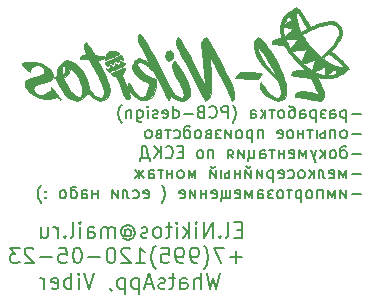
<source format=gbr>
G04 #@! TF.GenerationSoftware,KiCad,Pcbnew,(5.0.0-3-g5ebb6b6)*
G04 #@! TF.CreationDate,2019-02-10T22:35:18+03:00*
G04 #@! TF.ProjectId,mad,6D61642E6B696361645F706362000000,rev?*
G04 #@! TF.SameCoordinates,Original*
G04 #@! TF.FileFunction,Legend,Bot*
G04 #@! TF.FilePolarity,Positive*
%FSLAX46Y46*%
G04 Gerber Fmt 4.6, Leading zero omitted, Abs format (unit mm)*
G04 Created by KiCad (PCBNEW (5.0.0-3-g5ebb6b6)) date *
%MOMM*%
%LPD*%
G01*
G04 APERTURE LIST*
%ADD10C,0.200000*%
%ADD11C,0.010000*%
G04 APERTURE END LIST*
D10*
X73560476Y-66507142D02*
X73127142Y-66507142D01*
X72941428Y-67188095D02*
X73560476Y-67188095D01*
X73560476Y-65888095D01*
X72941428Y-65888095D01*
X72198571Y-67188095D02*
X72322380Y-67126190D01*
X72384285Y-67002380D01*
X72384285Y-65888095D01*
X71703333Y-67064285D02*
X71641428Y-67126190D01*
X71703333Y-67188095D01*
X71765238Y-67126190D01*
X71703333Y-67064285D01*
X71703333Y-67188095D01*
X71084285Y-67188095D02*
X71084285Y-65888095D01*
X70341428Y-67188095D01*
X70341428Y-65888095D01*
X69722380Y-67188095D02*
X69722380Y-66321428D01*
X69722380Y-65888095D02*
X69784285Y-65950000D01*
X69722380Y-66011904D01*
X69660476Y-65950000D01*
X69722380Y-65888095D01*
X69722380Y-66011904D01*
X69103333Y-67188095D02*
X69103333Y-65888095D01*
X68979523Y-66692857D02*
X68608095Y-67188095D01*
X68608095Y-66321428D02*
X69103333Y-66816666D01*
X68050952Y-67188095D02*
X68050952Y-66321428D01*
X68050952Y-65888095D02*
X68112857Y-65950000D01*
X68050952Y-66011904D01*
X67989047Y-65950000D01*
X68050952Y-65888095D01*
X68050952Y-66011904D01*
X67617619Y-66321428D02*
X67122380Y-66321428D01*
X67431904Y-65888095D02*
X67431904Y-67002380D01*
X67370000Y-67126190D01*
X67246190Y-67188095D01*
X67122380Y-67188095D01*
X66503333Y-67188095D02*
X66627142Y-67126190D01*
X66689047Y-67064285D01*
X66750952Y-66940476D01*
X66750952Y-66569047D01*
X66689047Y-66445238D01*
X66627142Y-66383333D01*
X66503333Y-66321428D01*
X66317619Y-66321428D01*
X66193809Y-66383333D01*
X66131904Y-66445238D01*
X66070000Y-66569047D01*
X66070000Y-66940476D01*
X66131904Y-67064285D01*
X66193809Y-67126190D01*
X66317619Y-67188095D01*
X66503333Y-67188095D01*
X65574761Y-67126190D02*
X65450952Y-67188095D01*
X65203333Y-67188095D01*
X65079523Y-67126190D01*
X65017619Y-67002380D01*
X65017619Y-66940476D01*
X65079523Y-66816666D01*
X65203333Y-66754761D01*
X65389047Y-66754761D01*
X65512857Y-66692857D01*
X65574761Y-66569047D01*
X65574761Y-66507142D01*
X65512857Y-66383333D01*
X65389047Y-66321428D01*
X65203333Y-66321428D01*
X65079523Y-66383333D01*
X63655714Y-66569047D02*
X63717619Y-66507142D01*
X63841428Y-66445238D01*
X63965238Y-66445238D01*
X64089047Y-66507142D01*
X64150952Y-66569047D01*
X64212857Y-66692857D01*
X64212857Y-66816666D01*
X64150952Y-66940476D01*
X64089047Y-67002380D01*
X63965238Y-67064285D01*
X63841428Y-67064285D01*
X63717619Y-67002380D01*
X63655714Y-66940476D01*
X63655714Y-66445238D02*
X63655714Y-66940476D01*
X63593809Y-67002380D01*
X63531904Y-67002380D01*
X63408095Y-66940476D01*
X63346190Y-66816666D01*
X63346190Y-66507142D01*
X63470000Y-66321428D01*
X63655714Y-66197619D01*
X63903333Y-66135714D01*
X64150952Y-66197619D01*
X64336666Y-66321428D01*
X64460476Y-66507142D01*
X64522380Y-66754761D01*
X64460476Y-67002380D01*
X64336666Y-67188095D01*
X64150952Y-67311904D01*
X63903333Y-67373809D01*
X63655714Y-67311904D01*
X63470000Y-67188095D01*
X62789047Y-67188095D02*
X62789047Y-66321428D01*
X62789047Y-66445238D02*
X62727142Y-66383333D01*
X62603333Y-66321428D01*
X62417619Y-66321428D01*
X62293809Y-66383333D01*
X62231904Y-66507142D01*
X62231904Y-67188095D01*
X62231904Y-66507142D02*
X62170000Y-66383333D01*
X62046190Y-66321428D01*
X61860476Y-66321428D01*
X61736666Y-66383333D01*
X61674761Y-66507142D01*
X61674761Y-67188095D01*
X60498571Y-67188095D02*
X60498571Y-66507142D01*
X60560476Y-66383333D01*
X60684285Y-66321428D01*
X60931904Y-66321428D01*
X61055714Y-66383333D01*
X60498571Y-67126190D02*
X60622380Y-67188095D01*
X60931904Y-67188095D01*
X61055714Y-67126190D01*
X61117619Y-67002380D01*
X61117619Y-66878571D01*
X61055714Y-66754761D01*
X60931904Y-66692857D01*
X60622380Y-66692857D01*
X60498571Y-66630952D01*
X59879523Y-67188095D02*
X59879523Y-66321428D01*
X59879523Y-65888095D02*
X59941428Y-65950000D01*
X59879523Y-66011904D01*
X59817619Y-65950000D01*
X59879523Y-65888095D01*
X59879523Y-66011904D01*
X59074761Y-67188095D02*
X59198571Y-67126190D01*
X59260476Y-67002380D01*
X59260476Y-65888095D01*
X58579523Y-67064285D02*
X58517619Y-67126190D01*
X58579523Y-67188095D01*
X58641428Y-67126190D01*
X58579523Y-67064285D01*
X58579523Y-67188095D01*
X57960476Y-67188095D02*
X57960476Y-66321428D01*
X57960476Y-66569047D02*
X57898571Y-66445238D01*
X57836666Y-66383333D01*
X57712857Y-66321428D01*
X57589047Y-66321428D01*
X56598571Y-66321428D02*
X56598571Y-67188095D01*
X57155714Y-66321428D02*
X57155714Y-67002380D01*
X57093809Y-67126190D01*
X56970000Y-67188095D01*
X56784285Y-67188095D01*
X56660476Y-67126190D01*
X56598571Y-67064285D01*
X73560476Y-68842857D02*
X72570000Y-68842857D01*
X73065238Y-69338095D02*
X73065238Y-68347619D01*
X72074761Y-68038095D02*
X71208095Y-68038095D01*
X71765238Y-69338095D01*
X70341428Y-69833333D02*
X70403333Y-69771428D01*
X70527142Y-69585714D01*
X70589047Y-69461904D01*
X70650952Y-69276190D01*
X70712857Y-68966666D01*
X70712857Y-68719047D01*
X70650952Y-68409523D01*
X70589047Y-68223809D01*
X70527142Y-68100000D01*
X70403333Y-67914285D01*
X70341428Y-67852380D01*
X69784285Y-69338095D02*
X69536666Y-69338095D01*
X69412857Y-69276190D01*
X69350952Y-69214285D01*
X69227142Y-69028571D01*
X69165238Y-68780952D01*
X69165238Y-68285714D01*
X69227142Y-68161904D01*
X69289047Y-68100000D01*
X69412857Y-68038095D01*
X69660476Y-68038095D01*
X69784285Y-68100000D01*
X69846190Y-68161904D01*
X69908095Y-68285714D01*
X69908095Y-68595238D01*
X69846190Y-68719047D01*
X69784285Y-68780952D01*
X69660476Y-68842857D01*
X69412857Y-68842857D01*
X69289047Y-68780952D01*
X69227142Y-68719047D01*
X69165238Y-68595238D01*
X68546190Y-69338095D02*
X68298571Y-69338095D01*
X68174761Y-69276190D01*
X68112857Y-69214285D01*
X67989047Y-69028571D01*
X67927142Y-68780952D01*
X67927142Y-68285714D01*
X67989047Y-68161904D01*
X68050952Y-68100000D01*
X68174761Y-68038095D01*
X68422380Y-68038095D01*
X68546190Y-68100000D01*
X68608095Y-68161904D01*
X68670000Y-68285714D01*
X68670000Y-68595238D01*
X68608095Y-68719047D01*
X68546190Y-68780952D01*
X68422380Y-68842857D01*
X68174761Y-68842857D01*
X68050952Y-68780952D01*
X67989047Y-68719047D01*
X67927142Y-68595238D01*
X66750952Y-68038095D02*
X67370000Y-68038095D01*
X67431904Y-68657142D01*
X67370000Y-68595238D01*
X67246190Y-68533333D01*
X66936666Y-68533333D01*
X66812857Y-68595238D01*
X66750952Y-68657142D01*
X66689047Y-68780952D01*
X66689047Y-69090476D01*
X66750952Y-69214285D01*
X66812857Y-69276190D01*
X66936666Y-69338095D01*
X67246190Y-69338095D01*
X67370000Y-69276190D01*
X67431904Y-69214285D01*
X66255714Y-69833333D02*
X66193809Y-69771428D01*
X66070000Y-69585714D01*
X66008095Y-69461904D01*
X65946190Y-69276190D01*
X65884285Y-68966666D01*
X65884285Y-68719047D01*
X65946190Y-68409523D01*
X66008095Y-68223809D01*
X66070000Y-68100000D01*
X66193809Y-67914285D01*
X66255714Y-67852380D01*
X64584285Y-69338095D02*
X65327142Y-69338095D01*
X64955714Y-69338095D02*
X64955714Y-68038095D01*
X65079523Y-68223809D01*
X65203333Y-68347619D01*
X65327142Y-68409523D01*
X64089047Y-68161904D02*
X64027142Y-68100000D01*
X63903333Y-68038095D01*
X63593809Y-68038095D01*
X63470000Y-68100000D01*
X63408095Y-68161904D01*
X63346190Y-68285714D01*
X63346190Y-68409523D01*
X63408095Y-68595238D01*
X64150952Y-69338095D01*
X63346190Y-69338095D01*
X62541428Y-68038095D02*
X62417619Y-68038095D01*
X62293809Y-68100000D01*
X62231904Y-68161904D01*
X62169999Y-68285714D01*
X62108095Y-68533333D01*
X62108095Y-68842857D01*
X62169999Y-69090476D01*
X62231904Y-69214285D01*
X62293809Y-69276190D01*
X62417619Y-69338095D01*
X62541428Y-69338095D01*
X62665238Y-69276190D01*
X62727142Y-69214285D01*
X62789047Y-69090476D01*
X62850952Y-68842857D01*
X62850952Y-68533333D01*
X62789047Y-68285714D01*
X62727142Y-68161904D01*
X62665238Y-68100000D01*
X62541428Y-68038095D01*
X61550952Y-68842857D02*
X60560476Y-68842857D01*
X59693809Y-68038095D02*
X59569999Y-68038095D01*
X59446190Y-68100000D01*
X59384285Y-68161904D01*
X59322380Y-68285714D01*
X59260476Y-68533333D01*
X59260476Y-68842857D01*
X59322380Y-69090476D01*
X59384285Y-69214285D01*
X59446190Y-69276190D01*
X59569999Y-69338095D01*
X59693809Y-69338095D01*
X59817619Y-69276190D01*
X59879523Y-69214285D01*
X59941428Y-69090476D01*
X60003333Y-68842857D01*
X60003333Y-68533333D01*
X59941428Y-68285714D01*
X59879523Y-68161904D01*
X59817619Y-68100000D01*
X59693809Y-68038095D01*
X58084285Y-68038095D02*
X58703333Y-68038095D01*
X58765238Y-68657142D01*
X58703333Y-68595238D01*
X58579523Y-68533333D01*
X58269999Y-68533333D01*
X58146190Y-68595238D01*
X58084285Y-68657142D01*
X58022380Y-68780952D01*
X58022380Y-69090476D01*
X58084285Y-69214285D01*
X58146190Y-69276190D01*
X58269999Y-69338095D01*
X58579523Y-69338095D01*
X58703333Y-69276190D01*
X58765238Y-69214285D01*
X57465238Y-68842857D02*
X56474761Y-68842857D01*
X55917619Y-68161904D02*
X55855714Y-68100000D01*
X55731904Y-68038095D01*
X55422380Y-68038095D01*
X55298571Y-68100000D01*
X55236666Y-68161904D01*
X55174761Y-68285714D01*
X55174761Y-68409523D01*
X55236666Y-68595238D01*
X55979523Y-69338095D01*
X55174761Y-69338095D01*
X54741428Y-68038095D02*
X53936666Y-68038095D01*
X54369999Y-68533333D01*
X54184285Y-68533333D01*
X54060476Y-68595238D01*
X53998571Y-68657142D01*
X53936666Y-68780952D01*
X53936666Y-69090476D01*
X53998571Y-69214285D01*
X54060476Y-69276190D01*
X54184285Y-69338095D01*
X54555714Y-69338095D01*
X54679523Y-69276190D01*
X54741428Y-69214285D01*
X71703333Y-70188095D02*
X71393809Y-71488095D01*
X71146190Y-70559523D01*
X70898571Y-71488095D01*
X70589047Y-70188095D01*
X70093809Y-71488095D02*
X70093809Y-70188095D01*
X69536666Y-71488095D02*
X69536666Y-70807142D01*
X69598571Y-70683333D01*
X69722380Y-70621428D01*
X69908095Y-70621428D01*
X70031904Y-70683333D01*
X70093809Y-70745238D01*
X68360476Y-71488095D02*
X68360476Y-70807142D01*
X68422380Y-70683333D01*
X68546190Y-70621428D01*
X68793809Y-70621428D01*
X68917619Y-70683333D01*
X68360476Y-71426190D02*
X68484285Y-71488095D01*
X68793809Y-71488095D01*
X68917619Y-71426190D01*
X68979523Y-71302380D01*
X68979523Y-71178571D01*
X68917619Y-71054761D01*
X68793809Y-70992857D01*
X68484285Y-70992857D01*
X68360476Y-70930952D01*
X67927142Y-70621428D02*
X67431904Y-70621428D01*
X67741428Y-70188095D02*
X67741428Y-71302380D01*
X67679523Y-71426190D01*
X67555714Y-71488095D01*
X67431904Y-71488095D01*
X67060476Y-71426190D02*
X66936666Y-71488095D01*
X66689047Y-71488095D01*
X66565238Y-71426190D01*
X66503333Y-71302380D01*
X66503333Y-71240476D01*
X66565238Y-71116666D01*
X66689047Y-71054761D01*
X66874761Y-71054761D01*
X66998571Y-70992857D01*
X67060476Y-70869047D01*
X67060476Y-70807142D01*
X66998571Y-70683333D01*
X66874761Y-70621428D01*
X66689047Y-70621428D01*
X66565238Y-70683333D01*
X66008095Y-71116666D02*
X65389047Y-71116666D01*
X66131904Y-71488095D02*
X65698571Y-70188095D01*
X65265238Y-71488095D01*
X64831904Y-70621428D02*
X64831904Y-71921428D01*
X64831904Y-70683333D02*
X64708095Y-70621428D01*
X64460476Y-70621428D01*
X64336666Y-70683333D01*
X64274761Y-70745238D01*
X64212857Y-70869047D01*
X64212857Y-71240476D01*
X64274761Y-71364285D01*
X64336666Y-71426190D01*
X64460476Y-71488095D01*
X64708095Y-71488095D01*
X64831904Y-71426190D01*
X63655714Y-70621428D02*
X63655714Y-71921428D01*
X63655714Y-70683333D02*
X63531904Y-70621428D01*
X63284285Y-70621428D01*
X63160476Y-70683333D01*
X63098571Y-70745238D01*
X63036666Y-70869047D01*
X63036666Y-71240476D01*
X63098571Y-71364285D01*
X63160476Y-71426190D01*
X63284285Y-71488095D01*
X63531904Y-71488095D01*
X63655714Y-71426190D01*
X62417619Y-71426190D02*
X62417619Y-71488095D01*
X62479523Y-71611904D01*
X62541428Y-71673809D01*
X61055714Y-70188095D02*
X60622380Y-71488095D01*
X60189047Y-70188095D01*
X59755714Y-71488095D02*
X59755714Y-70621428D01*
X59755714Y-70188095D02*
X59817619Y-70250000D01*
X59755714Y-70311904D01*
X59693809Y-70250000D01*
X59755714Y-70188095D01*
X59755714Y-70311904D01*
X59136666Y-71488095D02*
X59136666Y-70188095D01*
X59136666Y-70683333D02*
X59012857Y-70621428D01*
X58765238Y-70621428D01*
X58641428Y-70683333D01*
X58579523Y-70745238D01*
X58517619Y-70869047D01*
X58517619Y-71240476D01*
X58579523Y-71364285D01*
X58641428Y-71426190D01*
X58765238Y-71488095D01*
X59012857Y-71488095D01*
X59136666Y-71426190D01*
X57465238Y-71426190D02*
X57589047Y-71488095D01*
X57836666Y-71488095D01*
X57960476Y-71426190D01*
X58022380Y-71302380D01*
X58022380Y-70807142D01*
X57960476Y-70683333D01*
X57836666Y-70621428D01*
X57589047Y-70621428D01*
X57465238Y-70683333D01*
X57403333Y-70807142D01*
X57403333Y-70930952D01*
X58022380Y-71054761D01*
X56846190Y-71488095D02*
X56846190Y-70621428D01*
X56846190Y-70869047D02*
X56784285Y-70745238D01*
X56722380Y-70683333D01*
X56598571Y-70621428D01*
X56474761Y-70621428D01*
X83631904Y-56671428D02*
X82870000Y-56671428D01*
X82393809Y-56385714D02*
X82393809Y-57385714D01*
X82393809Y-56433333D02*
X82298571Y-56385714D01*
X82108095Y-56385714D01*
X82012857Y-56433333D01*
X81965238Y-56480952D01*
X81917619Y-56576190D01*
X81917619Y-56861904D01*
X81965238Y-56957142D01*
X82012857Y-57004761D01*
X82108095Y-57052380D01*
X82298571Y-57052380D01*
X82393809Y-57004761D01*
X81060476Y-57052380D02*
X81060476Y-56528571D01*
X81108095Y-56433333D01*
X81203333Y-56385714D01*
X81393809Y-56385714D01*
X81489047Y-56433333D01*
X81060476Y-57004761D02*
X81155714Y-57052380D01*
X81393809Y-57052380D01*
X81489047Y-57004761D01*
X81536666Y-56909523D01*
X81536666Y-56814285D01*
X81489047Y-56719047D01*
X81393809Y-56671428D01*
X81155714Y-56671428D01*
X81060476Y-56623809D01*
X80489047Y-56719047D02*
X80393809Y-56719047D01*
X80679523Y-56433333D02*
X80584285Y-56385714D01*
X80393809Y-56385714D01*
X80298571Y-56433333D01*
X80250952Y-56528571D01*
X80250952Y-56576190D01*
X80298571Y-56671428D01*
X80393809Y-56719047D01*
X80298571Y-56766666D01*
X80250952Y-56861904D01*
X80250952Y-56909523D01*
X80298571Y-57004761D01*
X80393809Y-57052380D01*
X80584285Y-57052380D01*
X80679523Y-57004761D01*
X79822380Y-56385714D02*
X79822380Y-57385714D01*
X79822380Y-56433333D02*
X79727142Y-56385714D01*
X79536666Y-56385714D01*
X79441428Y-56433333D01*
X79393809Y-56480952D01*
X79346190Y-56576190D01*
X79346190Y-56861904D01*
X79393809Y-56957142D01*
X79441428Y-57004761D01*
X79536666Y-57052380D01*
X79727142Y-57052380D01*
X79822380Y-57004761D01*
X78489047Y-57052380D02*
X78489047Y-56528571D01*
X78536666Y-56433333D01*
X78631904Y-56385714D01*
X78822380Y-56385714D01*
X78917619Y-56433333D01*
X78489047Y-57004761D02*
X78584285Y-57052380D01*
X78822380Y-57052380D01*
X78917619Y-57004761D01*
X78965238Y-56909523D01*
X78965238Y-56814285D01*
X78917619Y-56719047D01*
X78822380Y-56671428D01*
X78584285Y-56671428D01*
X78489047Y-56623809D01*
X77536666Y-56004761D02*
X77584285Y-56052380D01*
X77679523Y-56100000D01*
X77870000Y-56100000D01*
X77965238Y-56147619D01*
X78012857Y-56195238D01*
X78060476Y-56290476D01*
X78060476Y-56861904D01*
X78012857Y-56957142D01*
X77965238Y-57004761D01*
X77870000Y-57052380D01*
X77727142Y-57052380D01*
X77631904Y-57004761D01*
X77584285Y-56957142D01*
X77536666Y-56861904D01*
X77536666Y-56576190D01*
X77584285Y-56480952D01*
X77631904Y-56433333D01*
X77727142Y-56385714D01*
X77917619Y-56385714D01*
X78012857Y-56433333D01*
X78060476Y-56480952D01*
X76965238Y-57052380D02*
X77060476Y-57004761D01*
X77108095Y-56957142D01*
X77155714Y-56861904D01*
X77155714Y-56576190D01*
X77108095Y-56480952D01*
X77060476Y-56433333D01*
X76965238Y-56385714D01*
X76822380Y-56385714D01*
X76727142Y-56433333D01*
X76679523Y-56480952D01*
X76631904Y-56576190D01*
X76631904Y-56861904D01*
X76679523Y-56957142D01*
X76727142Y-57004761D01*
X76822380Y-57052380D01*
X76965238Y-57052380D01*
X76346190Y-56385714D02*
X75870000Y-56385714D01*
X76108095Y-56385714D02*
X76108095Y-57052380D01*
X75536666Y-56385714D02*
X75536666Y-57052380D01*
X75441428Y-56671428D02*
X75155714Y-57052380D01*
X75155714Y-56385714D02*
X75536666Y-56766666D01*
X74298571Y-57052380D02*
X74298571Y-56528571D01*
X74346190Y-56433333D01*
X74441428Y-56385714D01*
X74631904Y-56385714D01*
X74727142Y-56433333D01*
X74298571Y-57004761D02*
X74393809Y-57052380D01*
X74631904Y-57052380D01*
X74727142Y-57004761D01*
X74774761Y-56909523D01*
X74774761Y-56814285D01*
X74727142Y-56719047D01*
X74631904Y-56671428D01*
X74393809Y-56671428D01*
X74298571Y-56623809D01*
X72774761Y-57433333D02*
X72822380Y-57385714D01*
X72917619Y-57242857D01*
X72965238Y-57147619D01*
X73012857Y-57004761D01*
X73060476Y-56766666D01*
X73060476Y-56576190D01*
X73012857Y-56338095D01*
X72965238Y-56195238D01*
X72917619Y-56100000D01*
X72822380Y-55957142D01*
X72774761Y-55909523D01*
X72393809Y-57052380D02*
X72393809Y-56052380D01*
X72012857Y-56052380D01*
X71917619Y-56100000D01*
X71870000Y-56147619D01*
X71822380Y-56242857D01*
X71822380Y-56385714D01*
X71870000Y-56480952D01*
X71917619Y-56528571D01*
X72012857Y-56576190D01*
X72393809Y-56576190D01*
X70822380Y-56957142D02*
X70870000Y-57004761D01*
X71012857Y-57052380D01*
X71108095Y-57052380D01*
X71250952Y-57004761D01*
X71346190Y-56909523D01*
X71393809Y-56814285D01*
X71441428Y-56623809D01*
X71441428Y-56480952D01*
X71393809Y-56290476D01*
X71346190Y-56195238D01*
X71250952Y-56100000D01*
X71108095Y-56052380D01*
X71012857Y-56052380D01*
X70870000Y-56100000D01*
X70822380Y-56147619D01*
X70060476Y-56528571D02*
X69917619Y-56576190D01*
X69870000Y-56623809D01*
X69822380Y-56719047D01*
X69822380Y-56861904D01*
X69870000Y-56957142D01*
X69917619Y-57004761D01*
X70012857Y-57052380D01*
X70393809Y-57052380D01*
X70393809Y-56052380D01*
X70060476Y-56052380D01*
X69965238Y-56100000D01*
X69917619Y-56147619D01*
X69870000Y-56242857D01*
X69870000Y-56338095D01*
X69917619Y-56433333D01*
X69965238Y-56480952D01*
X70060476Y-56528571D01*
X70393809Y-56528571D01*
X69393809Y-56671428D02*
X68631904Y-56671428D01*
X67727142Y-57052380D02*
X67727142Y-56052380D01*
X67727142Y-57004761D02*
X67822380Y-57052380D01*
X68012857Y-57052380D01*
X68108095Y-57004761D01*
X68155714Y-56957142D01*
X68203333Y-56861904D01*
X68203333Y-56576190D01*
X68155714Y-56480952D01*
X68108095Y-56433333D01*
X68012857Y-56385714D01*
X67822380Y-56385714D01*
X67727142Y-56433333D01*
X66870000Y-57004761D02*
X66965238Y-57052380D01*
X67155714Y-57052380D01*
X67250952Y-57004761D01*
X67298571Y-56909523D01*
X67298571Y-56528571D01*
X67250952Y-56433333D01*
X67155714Y-56385714D01*
X66965238Y-56385714D01*
X66870000Y-56433333D01*
X66822380Y-56528571D01*
X66822380Y-56623809D01*
X67298571Y-56719047D01*
X66441428Y-57004761D02*
X66346190Y-57052380D01*
X66155714Y-57052380D01*
X66060476Y-57004761D01*
X66012857Y-56909523D01*
X66012857Y-56861904D01*
X66060476Y-56766666D01*
X66155714Y-56719047D01*
X66298571Y-56719047D01*
X66393809Y-56671428D01*
X66441428Y-56576190D01*
X66441428Y-56528571D01*
X66393809Y-56433333D01*
X66298571Y-56385714D01*
X66155714Y-56385714D01*
X66060476Y-56433333D01*
X65584285Y-57052380D02*
X65584285Y-56385714D01*
X65584285Y-56052380D02*
X65631904Y-56100000D01*
X65584285Y-56147619D01*
X65536666Y-56100000D01*
X65584285Y-56052380D01*
X65584285Y-56147619D01*
X64679523Y-56385714D02*
X64679523Y-57195238D01*
X64727142Y-57290476D01*
X64774761Y-57338095D01*
X64870000Y-57385714D01*
X65012857Y-57385714D01*
X65108095Y-57338095D01*
X64679523Y-57004761D02*
X64774761Y-57052380D01*
X64965238Y-57052380D01*
X65060476Y-57004761D01*
X65108095Y-56957142D01*
X65155714Y-56861904D01*
X65155714Y-56576190D01*
X65108095Y-56480952D01*
X65060476Y-56433333D01*
X64965238Y-56385714D01*
X64774761Y-56385714D01*
X64679523Y-56433333D01*
X64203333Y-56385714D02*
X64203333Y-57052380D01*
X64203333Y-56480952D02*
X64155714Y-56433333D01*
X64060476Y-56385714D01*
X63917619Y-56385714D01*
X63822380Y-56433333D01*
X63774761Y-56528571D01*
X63774761Y-57052380D01*
X63393809Y-57433333D02*
X63346190Y-57385714D01*
X63250952Y-57242857D01*
X63203333Y-57147619D01*
X63155714Y-57004761D01*
X63108095Y-56766666D01*
X63108095Y-56576190D01*
X63155714Y-56338095D01*
X63203333Y-56195238D01*
X63250952Y-56100000D01*
X63346190Y-55957142D01*
X63393809Y-55909523D01*
X83631904Y-58371428D02*
X82870000Y-58371428D01*
X82250952Y-58752380D02*
X82346190Y-58704761D01*
X82393809Y-58657142D01*
X82441428Y-58561904D01*
X82441428Y-58276190D01*
X82393809Y-58180952D01*
X82346190Y-58133333D01*
X82250952Y-58085714D01*
X82108095Y-58085714D01*
X82012857Y-58133333D01*
X81965238Y-58180952D01*
X81917619Y-58276190D01*
X81917619Y-58561904D01*
X81965238Y-58657142D01*
X82012857Y-58704761D01*
X82108095Y-58752380D01*
X82250952Y-58752380D01*
X81489047Y-58752380D02*
X81489047Y-58085714D01*
X81060476Y-58085714D01*
X81060476Y-58752380D01*
X79917619Y-58085714D02*
X79917619Y-58752380D01*
X80584285Y-58085714D02*
X80584285Y-58752380D01*
X80346190Y-58752380D01*
X80250952Y-58704761D01*
X80203333Y-58609523D01*
X80203333Y-58466666D01*
X80250952Y-58371428D01*
X80346190Y-58323809D01*
X80584285Y-58323809D01*
X79584285Y-58085714D02*
X79108095Y-58085714D01*
X79346190Y-58085714D02*
X79346190Y-58752380D01*
X78774761Y-58419047D02*
X78346190Y-58419047D01*
X78774761Y-58085714D02*
X78774761Y-58752380D01*
X78346190Y-58085714D02*
X78346190Y-58752380D01*
X77727142Y-58752380D02*
X77822380Y-58704761D01*
X77870000Y-58657142D01*
X77917619Y-58561904D01*
X77917619Y-58276190D01*
X77870000Y-58180952D01*
X77822380Y-58133333D01*
X77727142Y-58085714D01*
X77584285Y-58085714D01*
X77489047Y-58133333D01*
X77441428Y-58180952D01*
X77393809Y-58276190D01*
X77393809Y-58561904D01*
X77441428Y-58657142D01*
X77489047Y-58704761D01*
X77584285Y-58752380D01*
X77727142Y-58752380D01*
X76584285Y-58704761D02*
X76679523Y-58752380D01*
X76870000Y-58752380D01*
X76965238Y-58704761D01*
X77012857Y-58609523D01*
X77012857Y-58228571D01*
X76965238Y-58133333D01*
X76870000Y-58085714D01*
X76679523Y-58085714D01*
X76584285Y-58133333D01*
X76536666Y-58228571D01*
X76536666Y-58323809D01*
X77012857Y-58419047D01*
X75346190Y-58752380D02*
X75346190Y-58085714D01*
X74917619Y-58085714D01*
X74917619Y-58752380D01*
X74441428Y-58085714D02*
X74441428Y-59085714D01*
X74441428Y-58133333D02*
X74346190Y-58085714D01*
X74155714Y-58085714D01*
X74060476Y-58133333D01*
X74012857Y-58180952D01*
X73965238Y-58276190D01*
X73965238Y-58561904D01*
X74012857Y-58657142D01*
X74060476Y-58704761D01*
X74155714Y-58752380D01*
X74346190Y-58752380D01*
X74441428Y-58704761D01*
X73393809Y-58752380D02*
X73489047Y-58704761D01*
X73536666Y-58657142D01*
X73584285Y-58561904D01*
X73584285Y-58276190D01*
X73536666Y-58180952D01*
X73489047Y-58133333D01*
X73393809Y-58085714D01*
X73250952Y-58085714D01*
X73155714Y-58133333D01*
X73108095Y-58180952D01*
X73060476Y-58276190D01*
X73060476Y-58561904D01*
X73108095Y-58657142D01*
X73155714Y-58704761D01*
X73250952Y-58752380D01*
X73393809Y-58752380D01*
X72631904Y-58085714D02*
X72631904Y-58752380D01*
X72155714Y-58085714D01*
X72155714Y-58752380D01*
X71584285Y-58419047D02*
X71489047Y-58419047D01*
X71774761Y-58133333D02*
X71679523Y-58085714D01*
X71489047Y-58085714D01*
X71393809Y-58133333D01*
X71346190Y-58228571D01*
X71346190Y-58276190D01*
X71393809Y-58371428D01*
X71489047Y-58419047D01*
X71393809Y-58466666D01*
X71346190Y-58561904D01*
X71346190Y-58609523D01*
X71393809Y-58704761D01*
X71489047Y-58752380D01*
X71679523Y-58752380D01*
X71774761Y-58704761D01*
X70679523Y-58419047D02*
X70536666Y-58466666D01*
X70489047Y-58561904D01*
X70489047Y-58609523D01*
X70536666Y-58704761D01*
X70631904Y-58752380D01*
X70917619Y-58752380D01*
X70917619Y-58085714D01*
X70679523Y-58085714D01*
X70584285Y-58133333D01*
X70536666Y-58228571D01*
X70536666Y-58276190D01*
X70584285Y-58371428D01*
X70679523Y-58419047D01*
X70917619Y-58419047D01*
X69917619Y-58752380D02*
X70012857Y-58704761D01*
X70060476Y-58657142D01*
X70108095Y-58561904D01*
X70108095Y-58276190D01*
X70060476Y-58180952D01*
X70012857Y-58133333D01*
X69917619Y-58085714D01*
X69774761Y-58085714D01*
X69679523Y-58133333D01*
X69631904Y-58180952D01*
X69584285Y-58276190D01*
X69584285Y-58561904D01*
X69631904Y-58657142D01*
X69679523Y-58704761D01*
X69774761Y-58752380D01*
X69917619Y-58752380D01*
X68679523Y-58180952D02*
X68727142Y-58133333D01*
X68822380Y-58085714D01*
X69012857Y-58085714D01*
X69108095Y-58133333D01*
X69155714Y-58180952D01*
X69203333Y-58276190D01*
X69203333Y-58561904D01*
X69155714Y-58657142D01*
X69108095Y-58704761D01*
X69012857Y-58752380D01*
X68870000Y-58752380D01*
X68774761Y-58704761D01*
X68727142Y-58657142D01*
X68679523Y-58561904D01*
X68679523Y-57942857D01*
X68727142Y-57847619D01*
X68774761Y-57800000D01*
X68870000Y-57752380D01*
X69060476Y-57752380D01*
X69155714Y-57800000D01*
X67822380Y-58704761D02*
X67917619Y-58752380D01*
X68108095Y-58752380D01*
X68203333Y-58704761D01*
X68250952Y-58657142D01*
X68298571Y-58561904D01*
X68298571Y-58276190D01*
X68250952Y-58180952D01*
X68203333Y-58133333D01*
X68108095Y-58085714D01*
X67917619Y-58085714D01*
X67822380Y-58133333D01*
X67536666Y-58085714D02*
X67060476Y-58085714D01*
X67298571Y-58085714D02*
X67298571Y-58752380D01*
X66489047Y-58419047D02*
X66346190Y-58466666D01*
X66298571Y-58561904D01*
X66298571Y-58609523D01*
X66346190Y-58704761D01*
X66441428Y-58752380D01*
X66727142Y-58752380D01*
X66727142Y-58085714D01*
X66489047Y-58085714D01*
X66393809Y-58133333D01*
X66346190Y-58228571D01*
X66346190Y-58276190D01*
X66393809Y-58371428D01*
X66489047Y-58419047D01*
X66727142Y-58419047D01*
X65727142Y-58752380D02*
X65822380Y-58704761D01*
X65870000Y-58657142D01*
X65917619Y-58561904D01*
X65917619Y-58276190D01*
X65870000Y-58180952D01*
X65822380Y-58133333D01*
X65727142Y-58085714D01*
X65584285Y-58085714D01*
X65489047Y-58133333D01*
X65441428Y-58180952D01*
X65393809Y-58276190D01*
X65393809Y-58561904D01*
X65441428Y-58657142D01*
X65489047Y-58704761D01*
X65584285Y-58752380D01*
X65727142Y-58752380D01*
X83631904Y-60071428D02*
X82870000Y-60071428D01*
X81917619Y-59880952D02*
X81965238Y-59833333D01*
X82060476Y-59785714D01*
X82250952Y-59785714D01*
X82346190Y-59833333D01*
X82393809Y-59880952D01*
X82441428Y-59976190D01*
X82441428Y-60261904D01*
X82393809Y-60357142D01*
X82346190Y-60404761D01*
X82250952Y-60452380D01*
X82108095Y-60452380D01*
X82012857Y-60404761D01*
X81965238Y-60357142D01*
X81917619Y-60261904D01*
X81917619Y-59642857D01*
X81965238Y-59547619D01*
X82012857Y-59500000D01*
X82108095Y-59452380D01*
X82298571Y-59452380D01*
X82393809Y-59500000D01*
X81346190Y-60452380D02*
X81441428Y-60404761D01*
X81489047Y-60357142D01*
X81536666Y-60261904D01*
X81536666Y-59976190D01*
X81489047Y-59880952D01*
X81441428Y-59833333D01*
X81346190Y-59785714D01*
X81203333Y-59785714D01*
X81108095Y-59833333D01*
X81060476Y-59880952D01*
X81012857Y-59976190D01*
X81012857Y-60261904D01*
X81060476Y-60357142D01*
X81108095Y-60404761D01*
X81203333Y-60452380D01*
X81346190Y-60452380D01*
X80584285Y-59785714D02*
X80584285Y-60452380D01*
X80489047Y-60071428D02*
X80203333Y-60452380D01*
X80203333Y-59785714D02*
X80584285Y-60166666D01*
X79870000Y-59785714D02*
X79631904Y-60452380D01*
X79393809Y-59785714D02*
X79631904Y-60452380D01*
X79727142Y-60690476D01*
X79774761Y-60738095D01*
X79870000Y-60785714D01*
X79012857Y-60452380D02*
X79012857Y-59785714D01*
X78727142Y-60309523D01*
X78441428Y-59785714D01*
X78441428Y-60452380D01*
X77584285Y-60404761D02*
X77679523Y-60452380D01*
X77870000Y-60452380D01*
X77965238Y-60404761D01*
X78012857Y-60309523D01*
X78012857Y-59928571D01*
X77965238Y-59833333D01*
X77870000Y-59785714D01*
X77679523Y-59785714D01*
X77584285Y-59833333D01*
X77536666Y-59928571D01*
X77536666Y-60023809D01*
X78012857Y-60119047D01*
X77108095Y-60119047D02*
X76679523Y-60119047D01*
X77108095Y-59785714D02*
X77108095Y-60452380D01*
X76679523Y-59785714D02*
X76679523Y-60452380D01*
X76346190Y-59785714D02*
X75870000Y-59785714D01*
X76108095Y-59785714D02*
X76108095Y-60452380D01*
X75108095Y-60452380D02*
X75108095Y-59928571D01*
X75155714Y-59833333D01*
X75250952Y-59785714D01*
X75441428Y-59785714D01*
X75536666Y-59833333D01*
X75108095Y-60404761D02*
X75203333Y-60452380D01*
X75441428Y-60452380D01*
X75536666Y-60404761D01*
X75584285Y-60309523D01*
X75584285Y-60214285D01*
X75536666Y-60119047D01*
X75441428Y-60071428D01*
X75203333Y-60071428D01*
X75108095Y-60023809D01*
X74203333Y-59785714D02*
X74203333Y-60452380D01*
X74631904Y-59785714D02*
X74631904Y-60452380D01*
X74108095Y-60452380D01*
X74108095Y-60690476D01*
X73727142Y-59785714D02*
X73727142Y-60452380D01*
X73250952Y-59785714D01*
X73250952Y-60452380D01*
X72584285Y-60166666D02*
X72822380Y-60452380D01*
X72393809Y-60452380D02*
X72393809Y-59785714D01*
X72679523Y-59785714D01*
X72774761Y-59833333D01*
X72822380Y-59928571D01*
X72822380Y-60023809D01*
X72774761Y-60119047D01*
X72679523Y-60166666D01*
X72393809Y-60166666D01*
X71155714Y-60452380D02*
X71155714Y-59785714D01*
X70727142Y-59785714D01*
X70727142Y-60452380D01*
X70108095Y-60452380D02*
X70203333Y-60404761D01*
X70250952Y-60357142D01*
X70298571Y-60261904D01*
X70298571Y-59976190D01*
X70250952Y-59880952D01*
X70203333Y-59833333D01*
X70108095Y-59785714D01*
X69965238Y-59785714D01*
X69870000Y-59833333D01*
X69822380Y-59880952D01*
X69774761Y-59976190D01*
X69774761Y-60261904D01*
X69822380Y-60357142D01*
X69870000Y-60404761D01*
X69965238Y-60452380D01*
X70108095Y-60452380D01*
X68584285Y-59928571D02*
X68250952Y-59928571D01*
X68108095Y-60452380D02*
X68584285Y-60452380D01*
X68584285Y-59452380D01*
X68108095Y-59452380D01*
X67108095Y-60357142D02*
X67155714Y-60404761D01*
X67298571Y-60452380D01*
X67393809Y-60452380D01*
X67536666Y-60404761D01*
X67631904Y-60309523D01*
X67679523Y-60214285D01*
X67727142Y-60023809D01*
X67727142Y-59880952D01*
X67679523Y-59690476D01*
X67631904Y-59595238D01*
X67536666Y-59500000D01*
X67393809Y-59452380D01*
X67298571Y-59452380D01*
X67155714Y-59500000D01*
X67108095Y-59547619D01*
X66679523Y-60452380D02*
X66679523Y-59452380D01*
X66108095Y-60452380D02*
X66536666Y-59880952D01*
X66108095Y-59452380D02*
X66679523Y-60023809D01*
X64917619Y-60690476D02*
X64917619Y-60452380D01*
X65774761Y-60452380D01*
X65774761Y-60690476D01*
X65108095Y-60452380D02*
X65108095Y-59452380D01*
X65346190Y-59452380D01*
X65441428Y-59500000D01*
X65489047Y-59547619D01*
X65536666Y-59642857D01*
X65631904Y-60452380D01*
X83631904Y-61771428D02*
X82870000Y-61771428D01*
X82393809Y-62152380D02*
X82393809Y-61485714D01*
X82108095Y-62009523D01*
X81822380Y-61485714D01*
X81822380Y-62152380D01*
X80965238Y-62104761D02*
X81060476Y-62152380D01*
X81250952Y-62152380D01*
X81346190Y-62104761D01*
X81393809Y-62009523D01*
X81393809Y-61628571D01*
X81346190Y-61533333D01*
X81250952Y-61485714D01*
X81060476Y-61485714D01*
X80965238Y-61533333D01*
X80917619Y-61628571D01*
X80917619Y-61723809D01*
X81393809Y-61819047D01*
X80108095Y-62152380D02*
X80108095Y-61485714D01*
X80250952Y-61485714D01*
X80346190Y-61533333D01*
X80393809Y-61628571D01*
X80441428Y-62009523D01*
X80489047Y-62104761D01*
X80584285Y-62152380D01*
X79631904Y-61485714D02*
X79631904Y-62152380D01*
X79536666Y-61771428D02*
X79250952Y-62152380D01*
X79250952Y-61485714D02*
X79631904Y-61866666D01*
X78679523Y-62152380D02*
X78774761Y-62104761D01*
X78822380Y-62057142D01*
X78870000Y-61961904D01*
X78870000Y-61676190D01*
X78822380Y-61580952D01*
X78774761Y-61533333D01*
X78679523Y-61485714D01*
X78536666Y-61485714D01*
X78441428Y-61533333D01*
X78393809Y-61580952D01*
X78346190Y-61676190D01*
X78346190Y-61961904D01*
X78393809Y-62057142D01*
X78441428Y-62104761D01*
X78536666Y-62152380D01*
X78679523Y-62152380D01*
X77489047Y-62104761D02*
X77584285Y-62152380D01*
X77774761Y-62152380D01*
X77870000Y-62104761D01*
X77917619Y-62057142D01*
X77965238Y-61961904D01*
X77965238Y-61676190D01*
X77917619Y-61580952D01*
X77870000Y-61533333D01*
X77774761Y-61485714D01*
X77584285Y-61485714D01*
X77489047Y-61533333D01*
X76679523Y-62104761D02*
X76774761Y-62152380D01*
X76965238Y-62152380D01*
X77060476Y-62104761D01*
X77108095Y-62009523D01*
X77108095Y-61628571D01*
X77060476Y-61533333D01*
X76965238Y-61485714D01*
X76774761Y-61485714D01*
X76679523Y-61533333D01*
X76631904Y-61628571D01*
X76631904Y-61723809D01*
X77108095Y-61819047D01*
X76203333Y-61485714D02*
X76203333Y-62485714D01*
X76203333Y-61533333D02*
X76108095Y-61485714D01*
X75917619Y-61485714D01*
X75822380Y-61533333D01*
X75774761Y-61580952D01*
X75727142Y-61676190D01*
X75727142Y-61961904D01*
X75774761Y-62057142D01*
X75822380Y-62104761D01*
X75917619Y-62152380D01*
X76108095Y-62152380D01*
X76203333Y-62104761D01*
X75298571Y-61485714D02*
X75298571Y-62152380D01*
X74822380Y-61485714D01*
X74822380Y-62152380D01*
X74346190Y-61485714D02*
X74346190Y-62152380D01*
X73870000Y-61485714D01*
X73870000Y-62152380D01*
X74298571Y-61104761D02*
X74250952Y-61200000D01*
X74155714Y-61247619D01*
X74060476Y-61247619D01*
X73965238Y-61200000D01*
X73917619Y-61104761D01*
X73393809Y-61819047D02*
X72965238Y-61819047D01*
X73393809Y-61485714D02*
X73393809Y-62152380D01*
X72965238Y-61485714D02*
X72965238Y-62152380D01*
X71822380Y-61485714D02*
X71822380Y-62152380D01*
X72489047Y-61485714D02*
X72489047Y-62152380D01*
X72250952Y-62152380D01*
X72155714Y-62104761D01*
X72108095Y-62009523D01*
X72108095Y-61866666D01*
X72155714Y-61771428D01*
X72250952Y-61723809D01*
X72489047Y-61723809D01*
X71346190Y-61485714D02*
X71346190Y-62152380D01*
X70870000Y-61485714D01*
X70870000Y-62152380D01*
X71298571Y-61104761D02*
X71250952Y-61200000D01*
X71155714Y-61247619D01*
X71060476Y-61247619D01*
X70965238Y-61200000D01*
X70917619Y-61104761D01*
X69631904Y-62152380D02*
X69631904Y-61485714D01*
X69346190Y-62009523D01*
X69060476Y-61485714D01*
X69060476Y-62152380D01*
X68441428Y-62152380D02*
X68536666Y-62104761D01*
X68584285Y-62057142D01*
X68631904Y-61961904D01*
X68631904Y-61676190D01*
X68584285Y-61580952D01*
X68536666Y-61533333D01*
X68441428Y-61485714D01*
X68298571Y-61485714D01*
X68203333Y-61533333D01*
X68155714Y-61580952D01*
X68108095Y-61676190D01*
X68108095Y-61961904D01*
X68155714Y-62057142D01*
X68203333Y-62104761D01*
X68298571Y-62152380D01*
X68441428Y-62152380D01*
X67679523Y-61819047D02*
X67250952Y-61819047D01*
X67679523Y-61485714D02*
X67679523Y-62152380D01*
X67250952Y-61485714D02*
X67250952Y-62152380D01*
X66917619Y-61485714D02*
X66441428Y-61485714D01*
X66679523Y-61485714D02*
X66679523Y-62152380D01*
X65679523Y-62152380D02*
X65679523Y-61628571D01*
X65727142Y-61533333D01*
X65822380Y-61485714D01*
X66012857Y-61485714D01*
X66108095Y-61533333D01*
X65679523Y-62104761D02*
X65774761Y-62152380D01*
X66012857Y-62152380D01*
X66108095Y-62104761D01*
X66155714Y-62009523D01*
X66155714Y-61914285D01*
X66108095Y-61819047D01*
X66012857Y-61771428D01*
X65774761Y-61771428D01*
X65679523Y-61723809D01*
X64917619Y-61819047D02*
X65250952Y-62152380D01*
X64870000Y-61866666D02*
X65250952Y-61485714D01*
X64870000Y-61485714D02*
X64870000Y-62152380D01*
X64489047Y-62152380D02*
X64822380Y-61819047D01*
X64489047Y-61485714D02*
X64870000Y-61866666D01*
X83631904Y-63471428D02*
X82870000Y-63471428D01*
X82393809Y-63185714D02*
X82393809Y-63852380D01*
X81917619Y-63185714D01*
X81917619Y-63852380D01*
X81441428Y-63852380D02*
X81441428Y-63185714D01*
X81155714Y-63709523D01*
X80870000Y-63185714D01*
X80870000Y-63852380D01*
X80393809Y-63852380D02*
X80393809Y-63185714D01*
X79965238Y-63185714D01*
X79965238Y-63852380D01*
X79346190Y-63852380D02*
X79441428Y-63804761D01*
X79489047Y-63757142D01*
X79536666Y-63661904D01*
X79536666Y-63376190D01*
X79489047Y-63280952D01*
X79441428Y-63233333D01*
X79346190Y-63185714D01*
X79203333Y-63185714D01*
X79108095Y-63233333D01*
X79060476Y-63280952D01*
X79012857Y-63376190D01*
X79012857Y-63661904D01*
X79060476Y-63757142D01*
X79108095Y-63804761D01*
X79203333Y-63852380D01*
X79346190Y-63852380D01*
X78584285Y-63185714D02*
X78584285Y-64185714D01*
X78584285Y-63233333D02*
X78489047Y-63185714D01*
X78298571Y-63185714D01*
X78203333Y-63233333D01*
X78155714Y-63280952D01*
X78108095Y-63376190D01*
X78108095Y-63661904D01*
X78155714Y-63757142D01*
X78203333Y-63804761D01*
X78298571Y-63852380D01*
X78489047Y-63852380D01*
X78584285Y-63804761D01*
X77822380Y-63185714D02*
X77346190Y-63185714D01*
X77584285Y-63185714D02*
X77584285Y-63852380D01*
X76870000Y-63852380D02*
X76965238Y-63804761D01*
X77012857Y-63757142D01*
X77060476Y-63661904D01*
X77060476Y-63376190D01*
X77012857Y-63280952D01*
X76965238Y-63233333D01*
X76870000Y-63185714D01*
X76727142Y-63185714D01*
X76631904Y-63233333D01*
X76584285Y-63280952D01*
X76536666Y-63376190D01*
X76536666Y-63661904D01*
X76584285Y-63757142D01*
X76631904Y-63804761D01*
X76727142Y-63852380D01*
X76870000Y-63852380D01*
X76012857Y-63519047D02*
X75917619Y-63519047D01*
X76203333Y-63233333D02*
X76108095Y-63185714D01*
X75917619Y-63185714D01*
X75822380Y-63233333D01*
X75774761Y-63328571D01*
X75774761Y-63376190D01*
X75822380Y-63471428D01*
X75917619Y-63519047D01*
X75822380Y-63566666D01*
X75774761Y-63661904D01*
X75774761Y-63709523D01*
X75822380Y-63804761D01*
X75917619Y-63852380D01*
X76108095Y-63852380D01*
X76203333Y-63804761D01*
X74917619Y-63852380D02*
X74917619Y-63328571D01*
X74965238Y-63233333D01*
X75060476Y-63185714D01*
X75250952Y-63185714D01*
X75346190Y-63233333D01*
X74917619Y-63804761D02*
X75012857Y-63852380D01*
X75250952Y-63852380D01*
X75346190Y-63804761D01*
X75393809Y-63709523D01*
X75393809Y-63614285D01*
X75346190Y-63519047D01*
X75250952Y-63471428D01*
X75012857Y-63471428D01*
X74917619Y-63423809D01*
X74441428Y-63852380D02*
X74441428Y-63185714D01*
X74155714Y-63709523D01*
X73870000Y-63185714D01*
X73870000Y-63852380D01*
X73012857Y-63804761D02*
X73108095Y-63852380D01*
X73298571Y-63852380D01*
X73393809Y-63804761D01*
X73441428Y-63709523D01*
X73441428Y-63328571D01*
X73393809Y-63233333D01*
X73298571Y-63185714D01*
X73108095Y-63185714D01*
X73012857Y-63233333D01*
X72965238Y-63328571D01*
X72965238Y-63423809D01*
X73441428Y-63519047D01*
X72203333Y-63185714D02*
X72203333Y-63852380D01*
X72536666Y-63185714D02*
X72536666Y-63852380D01*
X71870000Y-63852380D01*
X71870000Y-63185714D01*
X71870000Y-63852380D02*
X71774761Y-63852380D01*
X71774761Y-64090476D01*
X71012857Y-63804761D02*
X71108095Y-63852380D01*
X71298571Y-63852380D01*
X71393809Y-63804761D01*
X71441428Y-63709523D01*
X71441428Y-63328571D01*
X71393809Y-63233333D01*
X71298571Y-63185714D01*
X71108095Y-63185714D01*
X71012857Y-63233333D01*
X70965238Y-63328571D01*
X70965238Y-63423809D01*
X71441428Y-63519047D01*
X70536666Y-63519047D02*
X70108095Y-63519047D01*
X70536666Y-63185714D02*
X70536666Y-63852380D01*
X70108095Y-63185714D02*
X70108095Y-63852380D01*
X69631904Y-63185714D02*
X69631904Y-63852380D01*
X69155714Y-63185714D01*
X69155714Y-63852380D01*
X68298571Y-63804761D02*
X68393809Y-63852380D01*
X68584285Y-63852380D01*
X68679523Y-63804761D01*
X68727142Y-63709523D01*
X68727142Y-63328571D01*
X68679523Y-63233333D01*
X68584285Y-63185714D01*
X68393809Y-63185714D01*
X68298571Y-63233333D01*
X68250952Y-63328571D01*
X68250952Y-63423809D01*
X68727142Y-63519047D01*
X66774761Y-64233333D02*
X66822380Y-64185714D01*
X66917619Y-64042857D01*
X66965238Y-63947619D01*
X67012857Y-63804761D01*
X67060476Y-63566666D01*
X67060476Y-63376190D01*
X67012857Y-63138095D01*
X66965238Y-62995238D01*
X66917619Y-62900000D01*
X66822380Y-62757142D01*
X66774761Y-62709523D01*
X65250952Y-63804761D02*
X65346190Y-63852380D01*
X65536666Y-63852380D01*
X65631904Y-63804761D01*
X65679523Y-63709523D01*
X65679523Y-63328571D01*
X65631904Y-63233333D01*
X65536666Y-63185714D01*
X65346190Y-63185714D01*
X65250952Y-63233333D01*
X65203333Y-63328571D01*
X65203333Y-63423809D01*
X65679523Y-63519047D01*
X64346190Y-63804761D02*
X64441428Y-63852380D01*
X64631904Y-63852380D01*
X64727142Y-63804761D01*
X64774761Y-63757142D01*
X64822380Y-63661904D01*
X64822380Y-63376190D01*
X64774761Y-63280952D01*
X64727142Y-63233333D01*
X64631904Y-63185714D01*
X64441428Y-63185714D01*
X64346190Y-63233333D01*
X63536666Y-63852380D02*
X63536666Y-63185714D01*
X63679523Y-63185714D01*
X63774761Y-63233333D01*
X63822380Y-63328571D01*
X63870000Y-63709523D01*
X63917619Y-63804761D01*
X64012857Y-63852380D01*
X63060476Y-63185714D02*
X63060476Y-63852380D01*
X62584285Y-63185714D01*
X62584285Y-63852380D01*
X61346190Y-63519047D02*
X60917619Y-63519047D01*
X61346190Y-63185714D02*
X61346190Y-63852380D01*
X60917619Y-63185714D02*
X60917619Y-63852380D01*
X60012857Y-63852380D02*
X60012857Y-63328571D01*
X60060476Y-63233333D01*
X60155714Y-63185714D01*
X60346190Y-63185714D01*
X60441428Y-63233333D01*
X60012857Y-63804761D02*
X60108095Y-63852380D01*
X60346190Y-63852380D01*
X60441428Y-63804761D01*
X60489047Y-63709523D01*
X60489047Y-63614285D01*
X60441428Y-63519047D01*
X60346190Y-63471428D01*
X60108095Y-63471428D01*
X60012857Y-63423809D01*
X59060476Y-63280952D02*
X59108095Y-63233333D01*
X59203333Y-63185714D01*
X59393809Y-63185714D01*
X59489047Y-63233333D01*
X59536666Y-63280952D01*
X59584285Y-63376190D01*
X59584285Y-63661904D01*
X59536666Y-63757142D01*
X59489047Y-63804761D01*
X59393809Y-63852380D01*
X59250952Y-63852380D01*
X59155714Y-63804761D01*
X59108095Y-63757142D01*
X59060476Y-63661904D01*
X59060476Y-63042857D01*
X59108095Y-62947619D01*
X59155714Y-62900000D01*
X59250952Y-62852380D01*
X59441428Y-62852380D01*
X59536666Y-62900000D01*
X58489047Y-63852380D02*
X58584285Y-63804761D01*
X58631904Y-63757142D01*
X58679523Y-63661904D01*
X58679523Y-63376190D01*
X58631904Y-63280952D01*
X58584285Y-63233333D01*
X58489047Y-63185714D01*
X58346190Y-63185714D01*
X58250952Y-63233333D01*
X58203333Y-63280952D01*
X58155714Y-63376190D01*
X58155714Y-63661904D01*
X58203333Y-63757142D01*
X58250952Y-63804761D01*
X58346190Y-63852380D01*
X58489047Y-63852380D01*
X56965238Y-63757142D02*
X56917619Y-63804761D01*
X56965238Y-63852380D01*
X57012857Y-63804761D01*
X56965238Y-63757142D01*
X56965238Y-63852380D01*
X56965238Y-63233333D02*
X56917619Y-63280952D01*
X56965238Y-63328571D01*
X57012857Y-63280952D01*
X56965238Y-63233333D01*
X56965238Y-63328571D01*
X56584285Y-64233333D02*
X56536666Y-64185714D01*
X56441428Y-64042857D01*
X56393809Y-63947619D01*
X56346190Y-63804761D01*
X56298571Y-63566666D01*
X56298571Y-63376190D01*
X56346190Y-63138095D01*
X56393809Y-62995238D01*
X56441428Y-62900000D01*
X56536666Y-62757142D01*
X56584285Y-62709523D01*
D11*
G04 #@! TO.C,G\002A\002A\002A*
G36*
X62529676Y-51348698D02*
X62351505Y-51418494D01*
X62195989Y-51535818D01*
X62101552Y-51663742D01*
X62049410Y-51787662D01*
X62010944Y-51917833D01*
X61990747Y-52031150D01*
X61993415Y-52104507D01*
X62010878Y-52119754D01*
X62066303Y-52100816D01*
X62172602Y-52054895D01*
X62282842Y-52003337D01*
X62437615Y-51931986D01*
X62633269Y-51846328D01*
X62831841Y-51762920D01*
X62865370Y-51749260D01*
X63016725Y-51682806D01*
X63128954Y-51623576D01*
X63185779Y-51580657D01*
X63188739Y-51568738D01*
X63125260Y-51514748D01*
X63009268Y-51451052D01*
X62869673Y-51391154D01*
X62735382Y-51348560D01*
X62702364Y-51341519D01*
X62529676Y-51348698D01*
X62529676Y-51348698D01*
G37*
X62529676Y-51348698D02*
X62351505Y-51418494D01*
X62195989Y-51535818D01*
X62101552Y-51663742D01*
X62049410Y-51787662D01*
X62010944Y-51917833D01*
X61990747Y-52031150D01*
X61993415Y-52104507D01*
X62010878Y-52119754D01*
X62066303Y-52100816D01*
X62172602Y-52054895D01*
X62282842Y-52003337D01*
X62437615Y-51931986D01*
X62633269Y-51846328D01*
X62831841Y-51762920D01*
X62865370Y-51749260D01*
X63016725Y-51682806D01*
X63128954Y-51623576D01*
X63185779Y-51580657D01*
X63188739Y-51568738D01*
X63125260Y-51514748D01*
X63009268Y-51451052D01*
X62869673Y-51391154D01*
X62735382Y-51348560D01*
X62702364Y-51341519D01*
X62529676Y-51348698D01*
G36*
X67372237Y-51338975D02*
X67254638Y-51408237D01*
X67162394Y-51525701D01*
X67102612Y-51673505D01*
X67082397Y-51833785D01*
X67108854Y-51988678D01*
X67189088Y-52120319D01*
X67194028Y-52125361D01*
X67310322Y-52198130D01*
X67435953Y-52188408D01*
X67521156Y-52141596D01*
X67636648Y-52019549D01*
X67717349Y-51857408D01*
X67742000Y-51720833D01*
X67714431Y-51571752D01*
X67643445Y-51438821D01*
X67546621Y-51350979D01*
X67508088Y-51335779D01*
X67372237Y-51338975D01*
X67372237Y-51338975D01*
G37*
X67372237Y-51338975D02*
X67254638Y-51408237D01*
X67162394Y-51525701D01*
X67102612Y-51673505D01*
X67082397Y-51833785D01*
X67108854Y-51988678D01*
X67189088Y-52120319D01*
X67194028Y-52125361D01*
X67310322Y-52198130D01*
X67435953Y-52188408D01*
X67521156Y-52141596D01*
X67636648Y-52019549D01*
X67717349Y-51857408D01*
X67742000Y-51720833D01*
X67714431Y-51571752D01*
X67643445Y-51438821D01*
X67546621Y-51350979D01*
X67508088Y-51335779D01*
X67372237Y-51338975D01*
G36*
X63289354Y-51757950D02*
X63175005Y-51802118D01*
X63010341Y-51868977D01*
X62809032Y-51953002D01*
X62642306Y-52023927D01*
X62401219Y-52128093D01*
X62227389Y-52206310D01*
X62109897Y-52265146D01*
X62037827Y-52311168D01*
X62000260Y-52350945D01*
X61986279Y-52391042D01*
X61984666Y-52419533D01*
X62025833Y-52552543D01*
X62146799Y-52666966D01*
X62180463Y-52687292D01*
X62221622Y-52668062D01*
X62265731Y-52574559D01*
X62281228Y-52524353D01*
X62334362Y-52334577D01*
X62471427Y-52419288D01*
X62564695Y-52473982D01*
X62623010Y-52502722D01*
X62628546Y-52504000D01*
X62651747Y-52467607D01*
X62686217Y-52376183D01*
X62700141Y-52331965D01*
X62751684Y-52159930D01*
X62903913Y-52249748D01*
X63023152Y-52301976D01*
X63095083Y-52286168D01*
X63125714Y-52200055D01*
X63127666Y-52165333D01*
X63148217Y-52060557D01*
X63208306Y-52026336D01*
X63314216Y-52060368D01*
X63353929Y-52082398D01*
X63508666Y-52173696D01*
X63508666Y-52082745D01*
X63490846Y-51985546D01*
X63447417Y-51876191D01*
X63393428Y-51785032D01*
X63343929Y-51742422D01*
X63339719Y-51742000D01*
X63289354Y-51757950D01*
X63289354Y-51757950D01*
G37*
X63289354Y-51757950D02*
X63175005Y-51802118D01*
X63010341Y-51868977D01*
X62809032Y-51953002D01*
X62642306Y-52023927D01*
X62401219Y-52128093D01*
X62227389Y-52206310D01*
X62109897Y-52265146D01*
X62037827Y-52311168D01*
X62000260Y-52350945D01*
X61986279Y-52391042D01*
X61984666Y-52419533D01*
X62025833Y-52552543D01*
X62146799Y-52666966D01*
X62180463Y-52687292D01*
X62221622Y-52668062D01*
X62265731Y-52574559D01*
X62281228Y-52524353D01*
X62334362Y-52334577D01*
X62471427Y-52419288D01*
X62564695Y-52473982D01*
X62623010Y-52502722D01*
X62628546Y-52504000D01*
X62651747Y-52467607D01*
X62686217Y-52376183D01*
X62700141Y-52331965D01*
X62751684Y-52159930D01*
X62903913Y-52249748D01*
X63023152Y-52301976D01*
X63095083Y-52286168D01*
X63125714Y-52200055D01*
X63127666Y-52165333D01*
X63148217Y-52060557D01*
X63208306Y-52026336D01*
X63314216Y-52060368D01*
X63353929Y-52082398D01*
X63508666Y-52173696D01*
X63508666Y-52082745D01*
X63490846Y-51985546D01*
X63447417Y-51876191D01*
X63393428Y-51785032D01*
X63343929Y-51742422D01*
X63339719Y-51742000D01*
X63289354Y-51757950D01*
G36*
X63260080Y-52286904D02*
X63234775Y-52377790D01*
X63230619Y-52398634D01*
X63196007Y-52523036D01*
X63144886Y-52569552D01*
X63063132Y-52544928D01*
X63004426Y-52506676D01*
X62916965Y-52448620D01*
X62862181Y-52419972D01*
X62858466Y-52419333D01*
X62836225Y-52456226D01*
X62811434Y-52547087D01*
X62807286Y-52567967D01*
X62775231Y-52688796D01*
X62726832Y-52735276D01*
X62643305Y-52715420D01*
X62563443Y-52672017D01*
X62416052Y-52585054D01*
X62387138Y-52756193D01*
X62357834Y-52875481D01*
X62312312Y-52920849D01*
X62233151Y-52903036D01*
X62186616Y-52879799D01*
X62097798Y-52832265D01*
X62181108Y-52974911D01*
X62272806Y-53092756D01*
X62362009Y-53132806D01*
X62430048Y-53104503D01*
X62489121Y-53070588D01*
X62601734Y-53019052D01*
X62725500Y-52968235D01*
X63050883Y-52836044D01*
X63312203Y-52719283D01*
X63505368Y-52620084D01*
X63626285Y-52540581D01*
X63670860Y-52482907D01*
X63670611Y-52475729D01*
X63649163Y-52423550D01*
X63635666Y-52421753D01*
X63590252Y-52412489D01*
X63501324Y-52368346D01*
X63461336Y-52344660D01*
X63361407Y-52286198D01*
X63294179Y-52252921D01*
X63283338Y-52250000D01*
X63260080Y-52286904D01*
X63260080Y-52286904D01*
G37*
X63260080Y-52286904D02*
X63234775Y-52377790D01*
X63230619Y-52398634D01*
X63196007Y-52523036D01*
X63144886Y-52569552D01*
X63063132Y-52544928D01*
X63004426Y-52506676D01*
X62916965Y-52448620D01*
X62862181Y-52419972D01*
X62858466Y-52419333D01*
X62836225Y-52456226D01*
X62811434Y-52547087D01*
X62807286Y-52567967D01*
X62775231Y-52688796D01*
X62726832Y-52735276D01*
X62643305Y-52715420D01*
X62563443Y-52672017D01*
X62416052Y-52585054D01*
X62387138Y-52756193D01*
X62357834Y-52875481D01*
X62312312Y-52920849D01*
X62233151Y-52903036D01*
X62186616Y-52879799D01*
X62097798Y-52832265D01*
X62181108Y-52974911D01*
X62272806Y-53092756D01*
X62362009Y-53132806D01*
X62430048Y-53104503D01*
X62489121Y-53070588D01*
X62601734Y-53019052D01*
X62725500Y-52968235D01*
X63050883Y-52836044D01*
X63312203Y-52719283D01*
X63505368Y-52620084D01*
X63626285Y-52540581D01*
X63670860Y-52482907D01*
X63670611Y-52475729D01*
X63649163Y-52423550D01*
X63635666Y-52421753D01*
X63590252Y-52412489D01*
X63501324Y-52368346D01*
X63461336Y-52344660D01*
X63361407Y-52286198D01*
X63294179Y-52252921D01*
X63283338Y-52250000D01*
X63260080Y-52286904D01*
G36*
X73569656Y-53156865D02*
X73476320Y-53168080D01*
X73402739Y-53186768D01*
X73397543Y-53188510D01*
X73216950Y-53291953D01*
X73093717Y-53453881D01*
X73053712Y-53566710D01*
X73027603Y-53676920D01*
X73570385Y-53704447D01*
X73813522Y-53717201D01*
X74061056Y-53730906D01*
X74282129Y-53743814D01*
X74430666Y-53753152D01*
X74662607Y-53757028D01*
X74842446Y-53736139D01*
X74894867Y-53721248D01*
X75013787Y-53649955D01*
X75125437Y-53537773D01*
X75206767Y-53412554D01*
X75235000Y-53310256D01*
X75225951Y-53285424D01*
X75191782Y-53265189D01*
X75121955Y-53247986D01*
X75005935Y-53232252D01*
X74833184Y-53216421D01*
X74593167Y-53198929D01*
X74398916Y-53186110D01*
X74097375Y-53167745D01*
X73867264Y-53156729D01*
X73695664Y-53153092D01*
X73569656Y-53156865D01*
X73569656Y-53156865D01*
G37*
X73569656Y-53156865D02*
X73476320Y-53168080D01*
X73402739Y-53186768D01*
X73397543Y-53188510D01*
X73216950Y-53291953D01*
X73093717Y-53453881D01*
X73053712Y-53566710D01*
X73027603Y-53676920D01*
X73570385Y-53704447D01*
X73813522Y-53717201D01*
X74061056Y-53730906D01*
X74282129Y-53743814D01*
X74430666Y-53753152D01*
X74662607Y-53757028D01*
X74842446Y-53736139D01*
X74894867Y-53721248D01*
X75013787Y-53649955D01*
X75125437Y-53537773D01*
X75206767Y-53412554D01*
X75235000Y-53310256D01*
X75225951Y-53285424D01*
X75191782Y-53265189D01*
X75121955Y-53247986D01*
X75005935Y-53232252D01*
X74833184Y-53216421D01*
X74593167Y-53198929D01*
X74398916Y-53186110D01*
X74097375Y-53167745D01*
X73867264Y-53156729D01*
X73695664Y-53153092D01*
X73569656Y-53156865D01*
G36*
X63624215Y-52785696D02*
X63513413Y-52822903D01*
X63350996Y-52885593D01*
X63149572Y-52968721D01*
X62921748Y-53067244D01*
X62694087Y-53169709D01*
X62563677Y-53231818D01*
X62498535Y-53273755D01*
X62486261Y-53309061D01*
X62514457Y-53351274D01*
X62521062Y-53358654D01*
X62607118Y-53421268D01*
X62730144Y-53477047D01*
X62756372Y-53485576D01*
X62816588Y-53504412D01*
X62866173Y-53526979D01*
X62910449Y-53562853D01*
X62954736Y-53621615D01*
X63004354Y-53712842D01*
X63064626Y-53846114D01*
X63140870Y-54031009D01*
X63238409Y-54277106D01*
X63339856Y-54536000D01*
X63436394Y-54779015D01*
X63525332Y-54996281D01*
X63601178Y-55174909D01*
X63658445Y-55302010D01*
X63691643Y-55364697D01*
X63693999Y-55367539D01*
X63812963Y-55436348D01*
X63944942Y-55432437D01*
X64007382Y-55401338D01*
X64087125Y-55296965D01*
X64101333Y-55211992D01*
X64086143Y-55136839D01*
X64043677Y-54996786D01*
X63978588Y-54805351D01*
X63895529Y-54576048D01*
X63799157Y-54322395D01*
X63764574Y-54233999D01*
X63427816Y-53379544D01*
X63505795Y-53269855D01*
X63559909Y-53173783D01*
X63612223Y-53049737D01*
X63653745Y-52924470D01*
X63675481Y-52824735D01*
X63670792Y-52779014D01*
X63624215Y-52785696D01*
X63624215Y-52785696D01*
G37*
X63624215Y-52785696D02*
X63513413Y-52822903D01*
X63350996Y-52885593D01*
X63149572Y-52968721D01*
X62921748Y-53067244D01*
X62694087Y-53169709D01*
X62563677Y-53231818D01*
X62498535Y-53273755D01*
X62486261Y-53309061D01*
X62514457Y-53351274D01*
X62521062Y-53358654D01*
X62607118Y-53421268D01*
X62730144Y-53477047D01*
X62756372Y-53485576D01*
X62816588Y-53504412D01*
X62866173Y-53526979D01*
X62910449Y-53562853D01*
X62954736Y-53621615D01*
X63004354Y-53712842D01*
X63064626Y-53846114D01*
X63140870Y-54031009D01*
X63238409Y-54277106D01*
X63339856Y-54536000D01*
X63436394Y-54779015D01*
X63525332Y-54996281D01*
X63601178Y-55174909D01*
X63658445Y-55302010D01*
X63691643Y-55364697D01*
X63693999Y-55367539D01*
X63812963Y-55436348D01*
X63944942Y-55432437D01*
X64007382Y-55401338D01*
X64087125Y-55296965D01*
X64101333Y-55211992D01*
X64086143Y-55136839D01*
X64043677Y-54996786D01*
X63978588Y-54805351D01*
X63895529Y-54576048D01*
X63799157Y-54322395D01*
X63764574Y-54233999D01*
X63427816Y-53379544D01*
X63505795Y-53269855D01*
X63559909Y-53173783D01*
X63612223Y-53049737D01*
X63653745Y-52924470D01*
X63675481Y-52824735D01*
X63670792Y-52779014D01*
X63624215Y-52785696D01*
G36*
X55418998Y-52293729D02*
X55157675Y-52348545D01*
X55043192Y-52384896D01*
X54973599Y-52419810D01*
X54951152Y-52465198D01*
X54978108Y-52532974D01*
X55056724Y-52635050D01*
X55189256Y-52783338D01*
X55253278Y-52853250D01*
X55410003Y-53014477D01*
X55524107Y-53107233D01*
X55600419Y-53133163D01*
X55643766Y-53093917D01*
X55658968Y-52991688D01*
X55699592Y-52826404D01*
X55812080Y-52703528D01*
X55994257Y-52624404D01*
X56243949Y-52590370D01*
X56312000Y-52589061D01*
X56529544Y-52621619D01*
X56695903Y-52716570D01*
X56804369Y-52869534D01*
X56823738Y-52923116D01*
X56851570Y-53093523D01*
X56820248Y-53235669D01*
X56724688Y-53353837D01*
X56559810Y-53452309D01*
X56320532Y-53535369D01*
X56014896Y-53604813D01*
X55716927Y-53671096D01*
X55495048Y-53744780D01*
X55340696Y-53831825D01*
X55245305Y-53938193D01*
X55200313Y-54069846D01*
X55194121Y-54176181D01*
X55240259Y-54398189D01*
X55365307Y-54618947D01*
X55563632Y-54832633D01*
X55829600Y-55033424D01*
X56157578Y-55215497D01*
X56233838Y-55250825D01*
X56522989Y-55366548D01*
X56779333Y-55432920D01*
X57028221Y-55451423D01*
X57295009Y-55423540D01*
X57605047Y-55350752D01*
X57662715Y-55334356D01*
X57941833Y-55253482D01*
X58050749Y-55381574D01*
X58144056Y-55479465D01*
X58198191Y-55505883D01*
X58216723Y-55462443D01*
X58216779Y-55456750D01*
X58191918Y-55405611D01*
X58123868Y-55301917D01*
X58022170Y-55159351D01*
X57896367Y-54991598D01*
X57855165Y-54938166D01*
X57673182Y-54710774D01*
X57535610Y-54554916D01*
X57442075Y-54470275D01*
X57392201Y-54456534D01*
X57385613Y-54513376D01*
X57392692Y-54546846D01*
X57377232Y-54650054D01*
X57290334Y-54762072D01*
X57143139Y-54873009D01*
X56946784Y-54972974D01*
X56885382Y-54997326D01*
X56613350Y-55070566D01*
X56376043Y-55076578D01*
X56179829Y-55017248D01*
X56031074Y-54894460D01*
X55938240Y-54716804D01*
X55907032Y-54554921D01*
X55930802Y-54421645D01*
X56015520Y-54311823D01*
X56167154Y-54220304D01*
X56391674Y-54141935D01*
X56682954Y-54073963D01*
X57004996Y-53999134D01*
X57248506Y-53916008D01*
X57419569Y-53819156D01*
X57524270Y-53703150D01*
X57568695Y-53562561D01*
X57558928Y-53391962D01*
X57539974Y-53309476D01*
X57448808Y-53112774D01*
X57287546Y-52913576D01*
X57069658Y-52723022D01*
X56808609Y-52552251D01*
X56517867Y-52412401D01*
X56404729Y-52370474D01*
X56098894Y-52299074D01*
X55758067Y-52273277D01*
X55418998Y-52293729D01*
X55418998Y-52293729D01*
G37*
X55418998Y-52293729D02*
X55157675Y-52348545D01*
X55043192Y-52384896D01*
X54973599Y-52419810D01*
X54951152Y-52465198D01*
X54978108Y-52532974D01*
X55056724Y-52635050D01*
X55189256Y-52783338D01*
X55253278Y-52853250D01*
X55410003Y-53014477D01*
X55524107Y-53107233D01*
X55600419Y-53133163D01*
X55643766Y-53093917D01*
X55658968Y-52991688D01*
X55699592Y-52826404D01*
X55812080Y-52703528D01*
X55994257Y-52624404D01*
X56243949Y-52590370D01*
X56312000Y-52589061D01*
X56529544Y-52621619D01*
X56695903Y-52716570D01*
X56804369Y-52869534D01*
X56823738Y-52923116D01*
X56851570Y-53093523D01*
X56820248Y-53235669D01*
X56724688Y-53353837D01*
X56559810Y-53452309D01*
X56320532Y-53535369D01*
X56014896Y-53604813D01*
X55716927Y-53671096D01*
X55495048Y-53744780D01*
X55340696Y-53831825D01*
X55245305Y-53938193D01*
X55200313Y-54069846D01*
X55194121Y-54176181D01*
X55240259Y-54398189D01*
X55365307Y-54618947D01*
X55563632Y-54832633D01*
X55829600Y-55033424D01*
X56157578Y-55215497D01*
X56233838Y-55250825D01*
X56522989Y-55366548D01*
X56779333Y-55432920D01*
X57028221Y-55451423D01*
X57295009Y-55423540D01*
X57605047Y-55350752D01*
X57662715Y-55334356D01*
X57941833Y-55253482D01*
X58050749Y-55381574D01*
X58144056Y-55479465D01*
X58198191Y-55505883D01*
X58216723Y-55462443D01*
X58216779Y-55456750D01*
X58191918Y-55405611D01*
X58123868Y-55301917D01*
X58022170Y-55159351D01*
X57896367Y-54991598D01*
X57855165Y-54938166D01*
X57673182Y-54710774D01*
X57535610Y-54554916D01*
X57442075Y-54470275D01*
X57392201Y-54456534D01*
X57385613Y-54513376D01*
X57392692Y-54546846D01*
X57377232Y-54650054D01*
X57290334Y-54762072D01*
X57143139Y-54873009D01*
X56946784Y-54972974D01*
X56885382Y-54997326D01*
X56613350Y-55070566D01*
X56376043Y-55076578D01*
X56179829Y-55017248D01*
X56031074Y-54894460D01*
X55938240Y-54716804D01*
X55907032Y-54554921D01*
X55930802Y-54421645D01*
X56015520Y-54311823D01*
X56167154Y-54220304D01*
X56391674Y-54141935D01*
X56682954Y-54073963D01*
X57004996Y-53999134D01*
X57248506Y-53916008D01*
X57419569Y-53819156D01*
X57524270Y-53703150D01*
X57568695Y-53562561D01*
X57558928Y-53391962D01*
X57539974Y-53309476D01*
X57448808Y-53112774D01*
X57287546Y-52913576D01*
X57069658Y-52723022D01*
X56808609Y-52552251D01*
X56517867Y-52412401D01*
X56404729Y-52370474D01*
X56098894Y-52299074D01*
X55758067Y-52273277D01*
X55418998Y-52293729D01*
G36*
X60288584Y-50680694D02*
X60242312Y-50773535D01*
X60219782Y-50913613D01*
X60223864Y-51088908D01*
X60257425Y-51287398D01*
X60278361Y-51365920D01*
X60362168Y-51650505D01*
X60222164Y-51676770D01*
X60101574Y-51719702D01*
X59979120Y-51794087D01*
X59879684Y-51880983D01*
X59828150Y-51961449D01*
X59825666Y-51978596D01*
X59843973Y-52034079D01*
X59857416Y-52040760D01*
X59912028Y-52044009D01*
X60028616Y-52050464D01*
X60184607Y-52058880D01*
X60227833Y-52061183D01*
X60409010Y-52074773D01*
X60525917Y-52095600D01*
X60598924Y-52128833D01*
X60637163Y-52165055D01*
X60682594Y-52232648D01*
X60760280Y-52361292D01*
X60862599Y-52537352D01*
X60981926Y-52747194D01*
X61110636Y-52977182D01*
X61241105Y-53213684D01*
X61365708Y-53443062D01*
X61476821Y-53651684D01*
X61566821Y-53825914D01*
X61575003Y-53842192D01*
X61739949Y-54208400D01*
X61847240Y-54531389D01*
X61896646Y-54807715D01*
X61887939Y-55033936D01*
X61820888Y-55206609D01*
X61695264Y-55322293D01*
X61674299Y-55333120D01*
X61523492Y-55359937D01*
X61350645Y-55311161D01*
X61162263Y-55190908D01*
X60964852Y-55003294D01*
X60863871Y-54877131D01*
X60051767Y-54877131D01*
X60030240Y-55054590D01*
X59974909Y-55169811D01*
X59855341Y-55242704D01*
X59698434Y-55244624D01*
X59512115Y-55176148D01*
X59432911Y-55130311D01*
X59241730Y-54972639D01*
X59044606Y-54742099D01*
X58849459Y-54449347D01*
X58664205Y-54105039D01*
X58651610Y-54078859D01*
X58463664Y-53685218D01*
X58652525Y-53507359D01*
X58828551Y-53314962D01*
X58941045Y-53121011D01*
X59000688Y-52927643D01*
X59012113Y-52874660D01*
X58594279Y-52874660D01*
X58590952Y-53021473D01*
X58560390Y-53170147D01*
X58529676Y-53249018D01*
X58468235Y-53357648D01*
X58422590Y-53384561D01*
X58387780Y-53330120D01*
X58370458Y-53260708D01*
X58348283Y-53092788D01*
X58343884Y-52920631D01*
X58355964Y-52769192D01*
X58383225Y-52663424D01*
X58403015Y-52634722D01*
X58474739Y-52609737D01*
X58532783Y-52652356D01*
X58573760Y-52746143D01*
X58594279Y-52874660D01*
X59012113Y-52874660D01*
X59032573Y-52779787D01*
X59270370Y-53039450D01*
X59533074Y-53362384D01*
X59736931Y-53700705D01*
X59900722Y-54086174D01*
X59917382Y-54133638D01*
X59994466Y-54400956D01*
X60039552Y-54654020D01*
X60051767Y-54877131D01*
X60863871Y-54877131D01*
X60771669Y-54761937D01*
X60657322Y-54587777D01*
X60584192Y-54432270D01*
X60534393Y-54253442D01*
X60516444Y-54162972D01*
X60422639Y-53814551D01*
X60273725Y-53454129D01*
X60084100Y-53109986D01*
X59868158Y-52810402D01*
X59775206Y-52706863D01*
X59531398Y-52488013D01*
X59279766Y-52322348D01*
X59032115Y-52214716D01*
X58800248Y-52169966D01*
X58595969Y-52192947D01*
X58557826Y-52206772D01*
X58469916Y-52264772D01*
X58349878Y-52371391D01*
X58216030Y-52507248D01*
X58086688Y-52652962D01*
X57980169Y-52789152D01*
X57924267Y-52877138D01*
X57897872Y-52968940D01*
X57879529Y-53113154D01*
X57873369Y-53268721D01*
X57872321Y-53422639D01*
X57863475Y-53510437D01*
X57840113Y-53550656D01*
X57795514Y-53561836D01*
X57766954Y-53562333D01*
X57689623Y-53580832D01*
X57683114Y-53627280D01*
X57744463Y-53688108D01*
X57801525Y-53720589D01*
X57872019Y-53777423D01*
X57939322Y-53884675D01*
X58012495Y-54057407D01*
X58025892Y-54093606D01*
X58184791Y-54450825D01*
X58387873Y-54784355D01*
X58622831Y-55078572D01*
X58877360Y-55317852D01*
X59112375Y-55472996D01*
X59367236Y-55561748D01*
X59629017Y-55573196D01*
X59882307Y-55511702D01*
X60111698Y-55381632D01*
X60301779Y-55187351D01*
X60344649Y-55123991D01*
X60473641Y-54916487D01*
X60712458Y-55144280D01*
X60856738Y-55270905D01*
X61007433Y-55385786D01*
X61132431Y-55464484D01*
X61134706Y-55465653D01*
X61352713Y-55545934D01*
X61583075Y-55579228D01*
X61795583Y-55562994D01*
X61898740Y-55529888D01*
X62114144Y-55395735D01*
X62264376Y-55214413D01*
X62352586Y-54980408D01*
X62381928Y-54688204D01*
X62381935Y-54684166D01*
X62376489Y-54534479D01*
X62357213Y-54386274D01*
X62320077Y-54228364D01*
X62261049Y-54049560D01*
X62176099Y-53838675D01*
X62061195Y-53584520D01*
X61912306Y-53275908D01*
X61775628Y-53001416D01*
X61639088Y-52728178D01*
X61537873Y-52521180D01*
X61468436Y-52371446D01*
X61427229Y-52270002D01*
X61410705Y-52207872D01*
X61415314Y-52176081D01*
X61437511Y-52165654D01*
X61445133Y-52165333D01*
X61549275Y-52145089D01*
X61678238Y-52094309D01*
X61802465Y-52027922D01*
X61892402Y-51960856D01*
X61917521Y-51926734D01*
X61929696Y-51861635D01*
X61898624Y-51819360D01*
X61812696Y-51795461D01*
X61660301Y-51785491D01*
X61545759Y-51784333D01*
X61344913Y-51777420D01*
X61200360Y-51757935D01*
X61130829Y-51731416D01*
X61084991Y-51676182D01*
X61007171Y-51563498D01*
X60907826Y-51409182D01*
X60797409Y-51229049D01*
X60784915Y-51208133D01*
X60674075Y-51026138D01*
X60573383Y-50868186D01*
X60493231Y-50750086D01*
X60444010Y-50687645D01*
X60440882Y-50684813D01*
X60355730Y-50647113D01*
X60288584Y-50680694D01*
X60288584Y-50680694D01*
G37*
X60288584Y-50680694D02*
X60242312Y-50773535D01*
X60219782Y-50913613D01*
X60223864Y-51088908D01*
X60257425Y-51287398D01*
X60278361Y-51365920D01*
X60362168Y-51650505D01*
X60222164Y-51676770D01*
X60101574Y-51719702D01*
X59979120Y-51794087D01*
X59879684Y-51880983D01*
X59828150Y-51961449D01*
X59825666Y-51978596D01*
X59843973Y-52034079D01*
X59857416Y-52040760D01*
X59912028Y-52044009D01*
X60028616Y-52050464D01*
X60184607Y-52058880D01*
X60227833Y-52061183D01*
X60409010Y-52074773D01*
X60525917Y-52095600D01*
X60598924Y-52128833D01*
X60637163Y-52165055D01*
X60682594Y-52232648D01*
X60760280Y-52361292D01*
X60862599Y-52537352D01*
X60981926Y-52747194D01*
X61110636Y-52977182D01*
X61241105Y-53213684D01*
X61365708Y-53443062D01*
X61476821Y-53651684D01*
X61566821Y-53825914D01*
X61575003Y-53842192D01*
X61739949Y-54208400D01*
X61847240Y-54531389D01*
X61896646Y-54807715D01*
X61887939Y-55033936D01*
X61820888Y-55206609D01*
X61695264Y-55322293D01*
X61674299Y-55333120D01*
X61523492Y-55359937D01*
X61350645Y-55311161D01*
X61162263Y-55190908D01*
X60964852Y-55003294D01*
X60863871Y-54877131D01*
X60051767Y-54877131D01*
X60030240Y-55054590D01*
X59974909Y-55169811D01*
X59855341Y-55242704D01*
X59698434Y-55244624D01*
X59512115Y-55176148D01*
X59432911Y-55130311D01*
X59241730Y-54972639D01*
X59044606Y-54742099D01*
X58849459Y-54449347D01*
X58664205Y-54105039D01*
X58651610Y-54078859D01*
X58463664Y-53685218D01*
X58652525Y-53507359D01*
X58828551Y-53314962D01*
X58941045Y-53121011D01*
X59000688Y-52927643D01*
X59012113Y-52874660D01*
X58594279Y-52874660D01*
X58590952Y-53021473D01*
X58560390Y-53170147D01*
X58529676Y-53249018D01*
X58468235Y-53357648D01*
X58422590Y-53384561D01*
X58387780Y-53330120D01*
X58370458Y-53260708D01*
X58348283Y-53092788D01*
X58343884Y-52920631D01*
X58355964Y-52769192D01*
X58383225Y-52663424D01*
X58403015Y-52634722D01*
X58474739Y-52609737D01*
X58532783Y-52652356D01*
X58573760Y-52746143D01*
X58594279Y-52874660D01*
X59012113Y-52874660D01*
X59032573Y-52779787D01*
X59270370Y-53039450D01*
X59533074Y-53362384D01*
X59736931Y-53700705D01*
X59900722Y-54086174D01*
X59917382Y-54133638D01*
X59994466Y-54400956D01*
X60039552Y-54654020D01*
X60051767Y-54877131D01*
X60863871Y-54877131D01*
X60771669Y-54761937D01*
X60657322Y-54587777D01*
X60584192Y-54432270D01*
X60534393Y-54253442D01*
X60516444Y-54162972D01*
X60422639Y-53814551D01*
X60273725Y-53454129D01*
X60084100Y-53109986D01*
X59868158Y-52810402D01*
X59775206Y-52706863D01*
X59531398Y-52488013D01*
X59279766Y-52322348D01*
X59032115Y-52214716D01*
X58800248Y-52169966D01*
X58595969Y-52192947D01*
X58557826Y-52206772D01*
X58469916Y-52264772D01*
X58349878Y-52371391D01*
X58216030Y-52507248D01*
X58086688Y-52652962D01*
X57980169Y-52789152D01*
X57924267Y-52877138D01*
X57897872Y-52968940D01*
X57879529Y-53113154D01*
X57873369Y-53268721D01*
X57872321Y-53422639D01*
X57863475Y-53510437D01*
X57840113Y-53550656D01*
X57795514Y-53561836D01*
X57766954Y-53562333D01*
X57689623Y-53580832D01*
X57683114Y-53627280D01*
X57744463Y-53688108D01*
X57801525Y-53720589D01*
X57872019Y-53777423D01*
X57939322Y-53884675D01*
X58012495Y-54057407D01*
X58025892Y-54093606D01*
X58184791Y-54450825D01*
X58387873Y-54784355D01*
X58622831Y-55078572D01*
X58877360Y-55317852D01*
X59112375Y-55472996D01*
X59367236Y-55561748D01*
X59629017Y-55573196D01*
X59882307Y-55511702D01*
X60111698Y-55381632D01*
X60301779Y-55187351D01*
X60344649Y-55123991D01*
X60473641Y-54916487D01*
X60712458Y-55144280D01*
X60856738Y-55270905D01*
X61007433Y-55385786D01*
X61132431Y-55464484D01*
X61134706Y-55465653D01*
X61352713Y-55545934D01*
X61583075Y-55579228D01*
X61795583Y-55562994D01*
X61898740Y-55529888D01*
X62114144Y-55395735D01*
X62264376Y-55214413D01*
X62352586Y-54980408D01*
X62381928Y-54688204D01*
X62381935Y-54684166D01*
X62376489Y-54534479D01*
X62357213Y-54386274D01*
X62320077Y-54228364D01*
X62261049Y-54049560D01*
X62176099Y-53838675D01*
X62061195Y-53584520D01*
X61912306Y-53275908D01*
X61775628Y-53001416D01*
X61639088Y-52728178D01*
X61537873Y-52521180D01*
X61468436Y-52371446D01*
X61427229Y-52270002D01*
X61410705Y-52207872D01*
X61415314Y-52176081D01*
X61437511Y-52165654D01*
X61445133Y-52165333D01*
X61549275Y-52145089D01*
X61678238Y-52094309D01*
X61802465Y-52027922D01*
X61892402Y-51960856D01*
X61917521Y-51926734D01*
X61929696Y-51861635D01*
X61898624Y-51819360D01*
X61812696Y-51795461D01*
X61660301Y-51785491D01*
X61545759Y-51784333D01*
X61344913Y-51777420D01*
X61200360Y-51757935D01*
X61130829Y-51731416D01*
X61084991Y-51676182D01*
X61007171Y-51563498D01*
X60907826Y-51409182D01*
X60797409Y-51229049D01*
X60784915Y-51208133D01*
X60674075Y-51026138D01*
X60573383Y-50868186D01*
X60493231Y-50750086D01*
X60444010Y-50687645D01*
X60440882Y-50684813D01*
X60355730Y-50647113D01*
X60288584Y-50680694D01*
G36*
X64817552Y-49975478D02*
X64778016Y-50093414D01*
X64754613Y-50234625D01*
X64761268Y-50388157D01*
X64801463Y-50564127D01*
X64878676Y-50772652D01*
X64996388Y-51023848D01*
X65158078Y-51327833D01*
X65272244Y-51530333D01*
X65436536Y-51817504D01*
X65562779Y-52039134D01*
X65654970Y-52203172D01*
X65717106Y-52317565D01*
X65753185Y-52390259D01*
X65767203Y-52429205D01*
X65763158Y-52442348D01*
X65745047Y-52437637D01*
X65722808Y-52426187D01*
X65631185Y-52362282D01*
X65590130Y-52322091D01*
X65529340Y-52276393D01*
X65413979Y-52210194D01*
X65267186Y-52136605D01*
X65242219Y-52124970D01*
X65022018Y-52038991D01*
X64848811Y-52010902D01*
X64707176Y-52041387D01*
X64581690Y-52131129D01*
X64558081Y-52155277D01*
X64392743Y-52386950D01*
X64306399Y-52640056D01*
X64301442Y-52906033D01*
X64320494Y-53005108D01*
X64410178Y-53205203D01*
X64576782Y-53409078D01*
X64813183Y-53610246D01*
X65112258Y-53802218D01*
X65308788Y-53905404D01*
X65737849Y-54114971D01*
X65706582Y-54345383D01*
X65649691Y-54628242D01*
X65564017Y-54875205D01*
X65456092Y-55075248D01*
X65332448Y-55217352D01*
X65199618Y-55290494D01*
X65141982Y-55298000D01*
X64972643Y-55258480D01*
X64789194Y-55145077D01*
X64600053Y-54965521D01*
X64413636Y-54727542D01*
X64270666Y-54497707D01*
X64156125Y-54299914D01*
X64071848Y-54170455D01*
X64011020Y-54101547D01*
X63966828Y-54085408D01*
X63933508Y-54112666D01*
X63890935Y-54251661D01*
X63918768Y-54434122D01*
X64016211Y-54657703D01*
X64182467Y-54920061D01*
X64229817Y-54984920D01*
X64450114Y-55224183D01*
X64696276Y-55396168D01*
X64957443Y-55501087D01*
X65222753Y-55539150D01*
X65481347Y-55510568D01*
X65722364Y-55415551D01*
X65934943Y-55254310D01*
X66108223Y-55027057D01*
X66150141Y-54947659D01*
X66239690Y-54708893D01*
X66304869Y-54430881D01*
X66337715Y-54154584D01*
X66337269Y-53985003D01*
X66317863Y-53856277D01*
X66273689Y-53782261D01*
X66218000Y-53746216D01*
X66133584Y-53705470D01*
X65996173Y-53639618D01*
X65829242Y-53559898D01*
X65744483Y-53519511D01*
X65492172Y-53380036D01*
X65246520Y-53209483D01*
X65025788Y-53023219D01*
X64848234Y-52836610D01*
X64734356Y-52669457D01*
X64674708Y-52542890D01*
X64656829Y-52462769D01*
X64679536Y-52402578D01*
X64720404Y-52356643D01*
X64825795Y-52309975D01*
X64980381Y-52328659D01*
X65180996Y-52411513D01*
X65424474Y-52557356D01*
X65607474Y-52687816D01*
X65818550Y-52867655D01*
X66020182Y-53085478D01*
X66217580Y-53349311D01*
X66415955Y-53667184D01*
X66620517Y-54047124D01*
X66836476Y-54497159D01*
X66958425Y-54769318D01*
X67060476Y-54998402D01*
X67153918Y-55201964D01*
X67232409Y-55366672D01*
X67289608Y-55479198D01*
X67317973Y-55525172D01*
X67375267Y-55537144D01*
X67435620Y-55479962D01*
X67488076Y-55367976D01*
X67513379Y-55269264D01*
X67539836Y-55128239D01*
X67691684Y-55261563D01*
X67915432Y-55415506D01*
X68171851Y-55522944D01*
X68436929Y-55577542D01*
X68686656Y-55572965D01*
X68786240Y-55550341D01*
X68956011Y-55456454D01*
X69079662Y-55300094D01*
X69152771Y-55092472D01*
X69170916Y-54844801D01*
X69145672Y-54638895D01*
X69079447Y-54395981D01*
X68970850Y-54101028D01*
X68827584Y-53770265D01*
X68657350Y-53419927D01*
X68467852Y-53066243D01*
X68266791Y-52725446D01*
X68154375Y-52549843D01*
X68030781Y-52372522D01*
X67937188Y-52264485D01*
X67865069Y-52219621D01*
X67805900Y-52231821D01*
X67766832Y-52272101D01*
X67695695Y-52402917D01*
X67666003Y-52554918D01*
X67679650Y-52736380D01*
X67738527Y-52955581D01*
X67844530Y-53220796D01*
X67999550Y-53540302D01*
X68100710Y-53731666D01*
X68293826Y-54096873D01*
X68443298Y-54398576D01*
X68551657Y-54644240D01*
X68621434Y-54841329D01*
X68655160Y-54997308D01*
X68655365Y-55119640D01*
X68624579Y-55215789D01*
X68611432Y-55238000D01*
X68511929Y-55322953D01*
X68377208Y-55337863D01*
X68215339Y-55285451D01*
X68034394Y-55168438D01*
X67842443Y-54989546D01*
X67827947Y-54973841D01*
X67651782Y-54752063D01*
X67467020Y-54467191D01*
X67285180Y-54138373D01*
X67131618Y-53816333D01*
X66987452Y-53500614D01*
X66819960Y-53151921D01*
X66634521Y-52780053D01*
X66436515Y-52394812D01*
X66231320Y-52005996D01*
X66024317Y-51623404D01*
X65820883Y-51256836D01*
X65626399Y-50916093D01*
X65446244Y-50610973D01*
X65285796Y-50351276D01*
X65150436Y-50146801D01*
X65045542Y-50007349D01*
X65032568Y-49992421D01*
X64940959Y-49910457D01*
X64872118Y-49903686D01*
X64817552Y-49975478D01*
X64817552Y-49975478D01*
G37*
X64817552Y-49975478D02*
X64778016Y-50093414D01*
X64754613Y-50234625D01*
X64761268Y-50388157D01*
X64801463Y-50564127D01*
X64878676Y-50772652D01*
X64996388Y-51023848D01*
X65158078Y-51327833D01*
X65272244Y-51530333D01*
X65436536Y-51817504D01*
X65562779Y-52039134D01*
X65654970Y-52203172D01*
X65717106Y-52317565D01*
X65753185Y-52390259D01*
X65767203Y-52429205D01*
X65763158Y-52442348D01*
X65745047Y-52437637D01*
X65722808Y-52426187D01*
X65631185Y-52362282D01*
X65590130Y-52322091D01*
X65529340Y-52276393D01*
X65413979Y-52210194D01*
X65267186Y-52136605D01*
X65242219Y-52124970D01*
X65022018Y-52038991D01*
X64848811Y-52010902D01*
X64707176Y-52041387D01*
X64581690Y-52131129D01*
X64558081Y-52155277D01*
X64392743Y-52386950D01*
X64306399Y-52640056D01*
X64301442Y-52906033D01*
X64320494Y-53005108D01*
X64410178Y-53205203D01*
X64576782Y-53409078D01*
X64813183Y-53610246D01*
X65112258Y-53802218D01*
X65308788Y-53905404D01*
X65737849Y-54114971D01*
X65706582Y-54345383D01*
X65649691Y-54628242D01*
X65564017Y-54875205D01*
X65456092Y-55075248D01*
X65332448Y-55217352D01*
X65199618Y-55290494D01*
X65141982Y-55298000D01*
X64972643Y-55258480D01*
X64789194Y-55145077D01*
X64600053Y-54965521D01*
X64413636Y-54727542D01*
X64270666Y-54497707D01*
X64156125Y-54299914D01*
X64071848Y-54170455D01*
X64011020Y-54101547D01*
X63966828Y-54085408D01*
X63933508Y-54112666D01*
X63890935Y-54251661D01*
X63918768Y-54434122D01*
X64016211Y-54657703D01*
X64182467Y-54920061D01*
X64229817Y-54984920D01*
X64450114Y-55224183D01*
X64696276Y-55396168D01*
X64957443Y-55501087D01*
X65222753Y-55539150D01*
X65481347Y-55510568D01*
X65722364Y-55415551D01*
X65934943Y-55254310D01*
X66108223Y-55027057D01*
X66150141Y-54947659D01*
X66239690Y-54708893D01*
X66304869Y-54430881D01*
X66337715Y-54154584D01*
X66337269Y-53985003D01*
X66317863Y-53856277D01*
X66273689Y-53782261D01*
X66218000Y-53746216D01*
X66133584Y-53705470D01*
X65996173Y-53639618D01*
X65829242Y-53559898D01*
X65744483Y-53519511D01*
X65492172Y-53380036D01*
X65246520Y-53209483D01*
X65025788Y-53023219D01*
X64848234Y-52836610D01*
X64734356Y-52669457D01*
X64674708Y-52542890D01*
X64656829Y-52462769D01*
X64679536Y-52402578D01*
X64720404Y-52356643D01*
X64825795Y-52309975D01*
X64980381Y-52328659D01*
X65180996Y-52411513D01*
X65424474Y-52557356D01*
X65607474Y-52687816D01*
X65818550Y-52867655D01*
X66020182Y-53085478D01*
X66217580Y-53349311D01*
X66415955Y-53667184D01*
X66620517Y-54047124D01*
X66836476Y-54497159D01*
X66958425Y-54769318D01*
X67060476Y-54998402D01*
X67153918Y-55201964D01*
X67232409Y-55366672D01*
X67289608Y-55479198D01*
X67317973Y-55525172D01*
X67375267Y-55537144D01*
X67435620Y-55479962D01*
X67488076Y-55367976D01*
X67513379Y-55269264D01*
X67539836Y-55128239D01*
X67691684Y-55261563D01*
X67915432Y-55415506D01*
X68171851Y-55522944D01*
X68436929Y-55577542D01*
X68686656Y-55572965D01*
X68786240Y-55550341D01*
X68956011Y-55456454D01*
X69079662Y-55300094D01*
X69152771Y-55092472D01*
X69170916Y-54844801D01*
X69145672Y-54638895D01*
X69079447Y-54395981D01*
X68970850Y-54101028D01*
X68827584Y-53770265D01*
X68657350Y-53419927D01*
X68467852Y-53066243D01*
X68266791Y-52725446D01*
X68154375Y-52549843D01*
X68030781Y-52372522D01*
X67937188Y-52264485D01*
X67865069Y-52219621D01*
X67805900Y-52231821D01*
X67766832Y-52272101D01*
X67695695Y-52402917D01*
X67666003Y-52554918D01*
X67679650Y-52736380D01*
X67738527Y-52955581D01*
X67844530Y-53220796D01*
X67999550Y-53540302D01*
X68100710Y-53731666D01*
X68293826Y-54096873D01*
X68443298Y-54398576D01*
X68551657Y-54644240D01*
X68621434Y-54841329D01*
X68655160Y-54997308D01*
X68655365Y-55119640D01*
X68624579Y-55215789D01*
X68611432Y-55238000D01*
X68511929Y-55322953D01*
X68377208Y-55337863D01*
X68215339Y-55285451D01*
X68034394Y-55168438D01*
X67842443Y-54989546D01*
X67827947Y-54973841D01*
X67651782Y-54752063D01*
X67467020Y-54467191D01*
X67285180Y-54138373D01*
X67131618Y-53816333D01*
X66987452Y-53500614D01*
X66819960Y-53151921D01*
X66634521Y-52780053D01*
X66436515Y-52394812D01*
X66231320Y-52005996D01*
X66024317Y-51623404D01*
X65820883Y-51256836D01*
X65626399Y-50916093D01*
X65446244Y-50610973D01*
X65285796Y-50351276D01*
X65150436Y-50146801D01*
X65045542Y-50007349D01*
X65032568Y-49992421D01*
X64940959Y-49910457D01*
X64872118Y-49903686D01*
X64817552Y-49975478D01*
G36*
X68115278Y-50249908D02*
X68054781Y-50325093D01*
X68014177Y-50414644D01*
X67999386Y-50534278D01*
X68006306Y-50702469D01*
X68014694Y-50785901D01*
X68028437Y-50866069D01*
X68051574Y-50951505D01*
X68088144Y-51050744D01*
X68142185Y-51172317D01*
X68217736Y-51324759D01*
X68318835Y-51516604D01*
X68449521Y-51756383D01*
X68613834Y-52052631D01*
X68815811Y-52413881D01*
X68818865Y-52419333D01*
X68932585Y-52627172D01*
X69074918Y-52894915D01*
X69237464Y-53206320D01*
X69411823Y-53545144D01*
X69589596Y-53895142D01*
X69762382Y-54240073D01*
X69808299Y-54332674D01*
X69958603Y-54633566D01*
X70098895Y-54908770D01*
X70224420Y-55149392D01*
X70330424Y-55346539D01*
X70412152Y-55491317D01*
X70464850Y-55574833D01*
X70481610Y-55592091D01*
X70541936Y-55567369D01*
X70635453Y-55502228D01*
X70682817Y-55462839D01*
X70789417Y-55340711D01*
X70869565Y-55178642D01*
X70927338Y-54963902D01*
X70966808Y-54683762D01*
X70979463Y-54536000D01*
X70985797Y-54356668D01*
X70984867Y-54111356D01*
X70977535Y-53818358D01*
X70964660Y-53495970D01*
X70947103Y-53162488D01*
X70925726Y-52836205D01*
X70901389Y-52535419D01*
X70874952Y-52278423D01*
X70872169Y-52255366D01*
X70853862Y-52092600D01*
X70842753Y-51965743D01*
X70840497Y-51895125D01*
X70842187Y-51887368D01*
X70871683Y-51912141D01*
X70933413Y-52004105D01*
X71022730Y-52154241D01*
X71134986Y-52353529D01*
X71265533Y-52592948D01*
X71409724Y-52863480D01*
X71562910Y-53156103D01*
X71720445Y-53461799D01*
X71877680Y-53771546D01*
X72029967Y-54076327D01*
X72172659Y-54367120D01*
X72301108Y-54634906D01*
X72410667Y-54870664D01*
X72496687Y-55065376D01*
X72554520Y-55210022D01*
X72555063Y-55211524D01*
X72617099Y-55372076D01*
X72673967Y-55499014D01*
X72716793Y-55573330D01*
X72729209Y-55584569D01*
X72781991Y-55564013D01*
X72841829Y-55496482D01*
X72903990Y-55370777D01*
X72935211Y-55224242D01*
X72933684Y-55050065D01*
X72897603Y-54841432D01*
X72825162Y-54591528D01*
X72714555Y-54293539D01*
X72563975Y-53940654D01*
X72371615Y-53526056D01*
X72256115Y-53287166D01*
X72075110Y-52922241D01*
X71886061Y-52550917D01*
X71693426Y-52181168D01*
X71501660Y-51820964D01*
X71315221Y-51478276D01*
X71138564Y-51161077D01*
X70976147Y-50877336D01*
X70832424Y-50635026D01*
X70711854Y-50442118D01*
X70618893Y-50306584D01*
X70557996Y-50236394D01*
X70546571Y-50229242D01*
X70474345Y-50242412D01*
X70380997Y-50312237D01*
X70283125Y-50419573D01*
X70197324Y-50545275D01*
X70140189Y-50670196D01*
X70130136Y-50709652D01*
X70123746Y-50825407D01*
X70132588Y-51012081D01*
X70155776Y-51257472D01*
X70189644Y-51529195D01*
X70219452Y-51762167D01*
X70250560Y-52032085D01*
X70282006Y-52327656D01*
X70312824Y-52637587D01*
X70342052Y-52950585D01*
X70368727Y-53255356D01*
X70391884Y-53540607D01*
X70410560Y-53795044D01*
X70423792Y-54007376D01*
X70430617Y-54166307D01*
X70430070Y-54260545D01*
X70424508Y-54282000D01*
X70404669Y-54245798D01*
X70352529Y-54144148D01*
X70273345Y-53987480D01*
X70172375Y-53786227D01*
X70054876Y-53550819D01*
X69971128Y-53382416D01*
X69804713Y-53052755D01*
X69625981Y-52708366D01*
X69439513Y-52357271D01*
X69249893Y-52007494D01*
X69061702Y-51667058D01*
X68879523Y-51343987D01*
X68707939Y-51046303D01*
X68551532Y-50782031D01*
X68414885Y-50559192D01*
X68302581Y-50385810D01*
X68219201Y-50269910D01*
X68169329Y-50219513D01*
X68163745Y-50217999D01*
X68115278Y-50249908D01*
X68115278Y-50249908D01*
G37*
X68115278Y-50249908D02*
X68054781Y-50325093D01*
X68014177Y-50414644D01*
X67999386Y-50534278D01*
X68006306Y-50702469D01*
X68014694Y-50785901D01*
X68028437Y-50866069D01*
X68051574Y-50951505D01*
X68088144Y-51050744D01*
X68142185Y-51172317D01*
X68217736Y-51324759D01*
X68318835Y-51516604D01*
X68449521Y-51756383D01*
X68613834Y-52052631D01*
X68815811Y-52413881D01*
X68818865Y-52419333D01*
X68932585Y-52627172D01*
X69074918Y-52894915D01*
X69237464Y-53206320D01*
X69411823Y-53545144D01*
X69589596Y-53895142D01*
X69762382Y-54240073D01*
X69808299Y-54332674D01*
X69958603Y-54633566D01*
X70098895Y-54908770D01*
X70224420Y-55149392D01*
X70330424Y-55346539D01*
X70412152Y-55491317D01*
X70464850Y-55574833D01*
X70481610Y-55592091D01*
X70541936Y-55567369D01*
X70635453Y-55502228D01*
X70682817Y-55462839D01*
X70789417Y-55340711D01*
X70869565Y-55178642D01*
X70927338Y-54963902D01*
X70966808Y-54683762D01*
X70979463Y-54536000D01*
X70985797Y-54356668D01*
X70984867Y-54111356D01*
X70977535Y-53818358D01*
X70964660Y-53495970D01*
X70947103Y-53162488D01*
X70925726Y-52836205D01*
X70901389Y-52535419D01*
X70874952Y-52278423D01*
X70872169Y-52255366D01*
X70853862Y-52092600D01*
X70842753Y-51965743D01*
X70840497Y-51895125D01*
X70842187Y-51887368D01*
X70871683Y-51912141D01*
X70933413Y-52004105D01*
X71022730Y-52154241D01*
X71134986Y-52353529D01*
X71265533Y-52592948D01*
X71409724Y-52863480D01*
X71562910Y-53156103D01*
X71720445Y-53461799D01*
X71877680Y-53771546D01*
X72029967Y-54076327D01*
X72172659Y-54367120D01*
X72301108Y-54634906D01*
X72410667Y-54870664D01*
X72496687Y-55065376D01*
X72554520Y-55210022D01*
X72555063Y-55211524D01*
X72617099Y-55372076D01*
X72673967Y-55499014D01*
X72716793Y-55573330D01*
X72729209Y-55584569D01*
X72781991Y-55564013D01*
X72841829Y-55496482D01*
X72903990Y-55370777D01*
X72935211Y-55224242D01*
X72933684Y-55050065D01*
X72897603Y-54841432D01*
X72825162Y-54591528D01*
X72714555Y-54293539D01*
X72563975Y-53940654D01*
X72371615Y-53526056D01*
X72256115Y-53287166D01*
X72075110Y-52922241D01*
X71886061Y-52550917D01*
X71693426Y-52181168D01*
X71501660Y-51820964D01*
X71315221Y-51478276D01*
X71138564Y-51161077D01*
X70976147Y-50877336D01*
X70832424Y-50635026D01*
X70711854Y-50442118D01*
X70618893Y-50306584D01*
X70557996Y-50236394D01*
X70546571Y-50229242D01*
X70474345Y-50242412D01*
X70380997Y-50312237D01*
X70283125Y-50419573D01*
X70197324Y-50545275D01*
X70140189Y-50670196D01*
X70130136Y-50709652D01*
X70123746Y-50825407D01*
X70132588Y-51012081D01*
X70155776Y-51257472D01*
X70189644Y-51529195D01*
X70219452Y-51762167D01*
X70250560Y-52032085D01*
X70282006Y-52327656D01*
X70312824Y-52637587D01*
X70342052Y-52950585D01*
X70368727Y-53255356D01*
X70391884Y-53540607D01*
X70410560Y-53795044D01*
X70423792Y-54007376D01*
X70430617Y-54166307D01*
X70430070Y-54260545D01*
X70424508Y-54282000D01*
X70404669Y-54245798D01*
X70352529Y-54144148D01*
X70273345Y-53987480D01*
X70172375Y-53786227D01*
X70054876Y-53550819D01*
X69971128Y-53382416D01*
X69804713Y-53052755D01*
X69625981Y-52708366D01*
X69439513Y-52357271D01*
X69249893Y-52007494D01*
X69061702Y-51667058D01*
X68879523Y-51343987D01*
X68707939Y-51046303D01*
X68551532Y-50782031D01*
X68414885Y-50559192D01*
X68302581Y-50385810D01*
X68219201Y-50269910D01*
X68169329Y-50219513D01*
X68163745Y-50217999D01*
X68115278Y-50249908D01*
G36*
X74816605Y-50276098D02*
X74806970Y-50284362D01*
X74700383Y-50418777D01*
X74613763Y-50598508D01*
X74564226Y-50784251D01*
X74558596Y-50854689D01*
X74586041Y-51104694D01*
X74666359Y-51397544D01*
X74792374Y-51716393D01*
X74956910Y-52044398D01*
X75152793Y-52364715D01*
X75275068Y-52536533D01*
X75430637Y-52728116D01*
X75621293Y-52940294D01*
X75829967Y-53156073D01*
X76039587Y-53358463D01*
X76233084Y-53530473D01*
X76393388Y-53655110D01*
X76410324Y-53666567D01*
X76501772Y-53735631D01*
X76567870Y-53814259D01*
X76623700Y-53926298D01*
X76684343Y-54095598D01*
X76687291Y-54104532D01*
X76791987Y-54467339D01*
X76849078Y-54771781D01*
X76859557Y-55015644D01*
X76824415Y-55196717D01*
X76744646Y-55312790D01*
X76621243Y-55361648D01*
X76455197Y-55341082D01*
X76247503Y-55248879D01*
X76189184Y-55214374D01*
X76044519Y-55103012D01*
X75875723Y-54938923D01*
X75701171Y-54742606D01*
X75539239Y-54534560D01*
X75422153Y-54358693D01*
X75305539Y-54176504D01*
X75219304Y-54071027D01*
X75160082Y-54041322D01*
X75124503Y-54086450D01*
X75109200Y-54205474D01*
X75108000Y-54271132D01*
X75135661Y-54481970D01*
X75223248Y-54687525D01*
X75377668Y-54900433D01*
X75551145Y-55081840D01*
X75822311Y-55303201D01*
X76106240Y-55463709D01*
X76390691Y-55559026D01*
X76663424Y-55584816D01*
X76872655Y-55550147D01*
X77039400Y-55461487D01*
X77187717Y-55317205D01*
X77290289Y-55145876D01*
X77307590Y-55095166D01*
X77345231Y-54830950D01*
X77330763Y-54512367D01*
X77268053Y-54148573D01*
X77160968Y-53748724D01*
X77014324Y-53324724D01*
X76378000Y-53324724D01*
X76360600Y-53351348D01*
X76305264Y-53324413D01*
X76207288Y-53240280D01*
X76061968Y-53095310D01*
X76006267Y-53037129D01*
X75765397Y-52763381D01*
X75538259Y-52467226D01*
X75333253Y-52162734D01*
X75158781Y-51863973D01*
X75023242Y-51585015D01*
X74935036Y-51339929D01*
X74905706Y-51193788D01*
X74885053Y-51001166D01*
X75000915Y-51107000D01*
X75088810Y-51204931D01*
X75209578Y-51364922D01*
X75355286Y-51574847D01*
X75518003Y-51822581D01*
X75689799Y-52095997D01*
X75862742Y-52382969D01*
X76028900Y-52671373D01*
X76056905Y-52721474D01*
X76166995Y-52920989D01*
X76260815Y-53094033D01*
X76331311Y-53227352D01*
X76371429Y-53307693D01*
X76378000Y-53324724D01*
X77014324Y-53324724D01*
X77013373Y-53321977D01*
X76829136Y-52877488D01*
X76612123Y-52424414D01*
X76366201Y-51971910D01*
X76095236Y-51529133D01*
X75803094Y-51105239D01*
X75493643Y-50709384D01*
X75418034Y-50620500D01*
X75243182Y-50428789D01*
X75104708Y-50303495D01*
X74993516Y-50239617D01*
X74900513Y-50232152D01*
X74816605Y-50276098D01*
X74816605Y-50276098D01*
G37*
X74816605Y-50276098D02*
X74806970Y-50284362D01*
X74700383Y-50418777D01*
X74613763Y-50598508D01*
X74564226Y-50784251D01*
X74558596Y-50854689D01*
X74586041Y-51104694D01*
X74666359Y-51397544D01*
X74792374Y-51716393D01*
X74956910Y-52044398D01*
X75152793Y-52364715D01*
X75275068Y-52536533D01*
X75430637Y-52728116D01*
X75621293Y-52940294D01*
X75829967Y-53156073D01*
X76039587Y-53358463D01*
X76233084Y-53530473D01*
X76393388Y-53655110D01*
X76410324Y-53666567D01*
X76501772Y-53735631D01*
X76567870Y-53814259D01*
X76623700Y-53926298D01*
X76684343Y-54095598D01*
X76687291Y-54104532D01*
X76791987Y-54467339D01*
X76849078Y-54771781D01*
X76859557Y-55015644D01*
X76824415Y-55196717D01*
X76744646Y-55312790D01*
X76621243Y-55361648D01*
X76455197Y-55341082D01*
X76247503Y-55248879D01*
X76189184Y-55214374D01*
X76044519Y-55103012D01*
X75875723Y-54938923D01*
X75701171Y-54742606D01*
X75539239Y-54534560D01*
X75422153Y-54358693D01*
X75305539Y-54176504D01*
X75219304Y-54071027D01*
X75160082Y-54041322D01*
X75124503Y-54086450D01*
X75109200Y-54205474D01*
X75108000Y-54271132D01*
X75135661Y-54481970D01*
X75223248Y-54687525D01*
X75377668Y-54900433D01*
X75551145Y-55081840D01*
X75822311Y-55303201D01*
X76106240Y-55463709D01*
X76390691Y-55559026D01*
X76663424Y-55584816D01*
X76872655Y-55550147D01*
X77039400Y-55461487D01*
X77187717Y-55317205D01*
X77290289Y-55145876D01*
X77307590Y-55095166D01*
X77345231Y-54830950D01*
X77330763Y-54512367D01*
X77268053Y-54148573D01*
X77160968Y-53748724D01*
X77014324Y-53324724D01*
X76378000Y-53324724D01*
X76360600Y-53351348D01*
X76305264Y-53324413D01*
X76207288Y-53240280D01*
X76061968Y-53095310D01*
X76006267Y-53037129D01*
X75765397Y-52763381D01*
X75538259Y-52467226D01*
X75333253Y-52162734D01*
X75158781Y-51863973D01*
X75023242Y-51585015D01*
X74935036Y-51339929D01*
X74905706Y-51193788D01*
X74885053Y-51001166D01*
X75000915Y-51107000D01*
X75088810Y-51204931D01*
X75209578Y-51364922D01*
X75355286Y-51574847D01*
X75518003Y-51822581D01*
X75689799Y-52095997D01*
X75862742Y-52382969D01*
X76028900Y-52671373D01*
X76056905Y-52721474D01*
X76166995Y-52920989D01*
X76260815Y-53094033D01*
X76331311Y-53227352D01*
X76371429Y-53307693D01*
X76378000Y-53324724D01*
X77014324Y-53324724D01*
X77013373Y-53321977D01*
X76829136Y-52877488D01*
X76612123Y-52424414D01*
X76366201Y-51971910D01*
X76095236Y-51529133D01*
X75803094Y-51105239D01*
X75493643Y-50709384D01*
X75418034Y-50620500D01*
X75243182Y-50428789D01*
X75104708Y-50303495D01*
X74993516Y-50239617D01*
X74900513Y-50232152D01*
X74816605Y-50276098D01*
G36*
X78040550Y-47726548D02*
X77902000Y-47826166D01*
X77796159Y-47908683D01*
X77713593Y-47962473D01*
X77683185Y-47974333D01*
X77625001Y-48004241D01*
X77528926Y-48083071D01*
X77411008Y-48194486D01*
X77287297Y-48322147D01*
X77173839Y-48449715D01*
X77086684Y-48560851D01*
X77051007Y-48617959D01*
X76929214Y-48876913D01*
X76853360Y-49096432D01*
X76817003Y-49303601D01*
X76813700Y-49525502D01*
X76818059Y-49597223D01*
X76833714Y-49787919D01*
X76851370Y-49970966D01*
X76867505Y-50110206D01*
X76869243Y-50122750D01*
X76894893Y-50302666D01*
X76676677Y-50302666D01*
X76438623Y-50331762D01*
X76259889Y-50418226D01*
X76145883Y-50555280D01*
X76088503Y-50685499D01*
X76088542Y-50762798D01*
X76154490Y-50800170D01*
X76294834Y-50810604D01*
X76312771Y-50810666D01*
X76475257Y-50817390D01*
X76676784Y-50834993D01*
X76868486Y-50858946D01*
X77036471Y-50886853D01*
X77141852Y-50915452D01*
X77206236Y-50954190D01*
X77251231Y-51012516D01*
X77261798Y-51030933D01*
X77410991Y-51279790D01*
X77584827Y-51529439D01*
X77796132Y-51796954D01*
X78057731Y-52099409D01*
X78098652Y-52145017D01*
X78256487Y-52318900D01*
X78396849Y-52470963D01*
X78509013Y-52589788D01*
X78582252Y-52663952D01*
X78603470Y-52682536D01*
X78660876Y-52727018D01*
X78754643Y-52807253D01*
X78816524Y-52862491D01*
X78981500Y-53012077D01*
X78579333Y-52987895D01*
X78377876Y-52978649D01*
X78237793Y-52981201D01*
X78136339Y-52997743D01*
X78050767Y-53030465D01*
X78030440Y-53040773D01*
X77928726Y-53114539D01*
X77835698Y-53214917D01*
X77768133Y-53318819D01*
X77742811Y-53403155D01*
X77749186Y-53427814D01*
X77799098Y-53447537D01*
X77912790Y-53468467D01*
X78069506Y-53487140D01*
X78141665Y-53493360D01*
X78311897Y-53510925D01*
X78516145Y-53538770D01*
X78735519Y-53573501D01*
X78951125Y-53611724D01*
X79144071Y-53650045D01*
X79295466Y-53685071D01*
X79386417Y-53713406D01*
X79397317Y-53718936D01*
X79427909Y-53763417D01*
X79486242Y-53868771D01*
X79564496Y-54019034D01*
X79654851Y-54198241D01*
X79749487Y-54390428D01*
X79840584Y-54579632D01*
X79920322Y-54749888D01*
X79980882Y-54885232D01*
X80014443Y-54969699D01*
X80018666Y-54987403D01*
X79980790Y-54995042D01*
X79878921Y-54982865D01*
X79730705Y-54953512D01*
X79627083Y-54928809D01*
X79398395Y-54878975D01*
X79145515Y-54835997D01*
X78915916Y-54807721D01*
X78873573Y-54804276D01*
X78679615Y-54794192D01*
X78541306Y-54798806D01*
X78430448Y-54821076D01*
X78323240Y-54862005D01*
X78180247Y-54948879D01*
X78079009Y-55056138D01*
X78034050Y-55165122D01*
X78040675Y-55225030D01*
X78086477Y-55259850D01*
X78199118Y-55287041D01*
X78386604Y-55308363D01*
X78437883Y-55312381D01*
X78638495Y-55333642D01*
X78885790Y-55369341D01*
X79144172Y-55413961D01*
X79320166Y-55449173D01*
X79541140Y-55494686D01*
X79754490Y-55535168D01*
X79934179Y-55565873D01*
X80043661Y-55581026D01*
X80176807Y-55589987D01*
X80257474Y-55575504D01*
X80316520Y-55529074D01*
X80341544Y-55498957D01*
X80411780Y-55392532D01*
X80485350Y-55256322D01*
X80503662Y-55217409D01*
X80547112Y-55112679D01*
X80562060Y-55031840D01*
X80548965Y-54940019D01*
X80509101Y-54804928D01*
X80462386Y-54673697D01*
X80389881Y-54489899D01*
X80301440Y-54277765D01*
X80206917Y-54061526D01*
X80205572Y-54058529D01*
X80120799Y-53868826D01*
X80050187Y-53709217D01*
X80000158Y-53594340D01*
X79977136Y-53538835D01*
X79976333Y-53536063D01*
X80010844Y-53543147D01*
X80097117Y-53575097D01*
X80132827Y-53589707D01*
X80275160Y-53629394D01*
X80468095Y-53657371D01*
X80685149Y-53672642D01*
X80899838Y-53674211D01*
X81085679Y-53661083D01*
X81216189Y-53632261D01*
X81220303Y-53630593D01*
X81355997Y-53585206D01*
X81513971Y-53547178D01*
X81546978Y-53541247D01*
X81669791Y-53504090D01*
X81827351Y-53432463D01*
X82003554Y-53336719D01*
X82182295Y-53227213D01*
X82185090Y-53225302D01*
X81507184Y-53225302D01*
X81501826Y-53311438D01*
X81488785Y-53336636D01*
X81423799Y-53356185D01*
X81294463Y-53380321D01*
X81120730Y-53405789D01*
X80922553Y-53429330D01*
X80918250Y-53429782D01*
X80869297Y-53410882D01*
X80865333Y-53396645D01*
X80895702Y-53352964D01*
X80974436Y-53277852D01*
X81018450Y-53240563D01*
X80609244Y-53240563D01*
X80605658Y-53352528D01*
X80593049Y-53410166D01*
X80567610Y-53428638D01*
X80525538Y-53423110D01*
X80516816Y-53420964D01*
X80413400Y-53398989D01*
X80276079Y-53374193D01*
X80239978Y-53368296D01*
X80123866Y-53342772D01*
X80047986Y-53312975D01*
X80036397Y-53302772D01*
X79979603Y-53271287D01*
X79936685Y-53266000D01*
X79843940Y-53235354D01*
X79810429Y-53206631D01*
X79790810Y-53155435D01*
X79831776Y-53099884D01*
X79882072Y-53061165D01*
X79952708Y-53016858D01*
X80068131Y-52950320D01*
X80207779Y-52872709D01*
X80351092Y-52795184D01*
X80477508Y-52728906D01*
X80566467Y-52685032D01*
X80596294Y-52673540D01*
X80599504Y-52712647D01*
X80603004Y-52817657D01*
X80606242Y-52969809D01*
X80607610Y-53059106D01*
X80609244Y-53240563D01*
X81018450Y-53240563D01*
X81082973Y-53185900D01*
X81202753Y-53091698D01*
X81315215Y-53009838D01*
X81401797Y-52954910D01*
X81443940Y-52941505D01*
X81444110Y-52941665D01*
X81474498Y-53006567D01*
X81496799Y-53112395D01*
X81507184Y-53225302D01*
X82185090Y-53225302D01*
X82347469Y-53114297D01*
X82482971Y-53008324D01*
X82572695Y-52919649D01*
X82601000Y-52863656D01*
X82574946Y-52813454D01*
X82510746Y-52724880D01*
X82177666Y-52724880D01*
X82140479Y-52747090D01*
X82043888Y-52750447D01*
X81910347Y-52737716D01*
X81762313Y-52711663D01*
X81622241Y-52675054D01*
X81546650Y-52647148D01*
X81310636Y-52542281D01*
X81128792Y-52455210D01*
X80976428Y-52372922D01*
X80828855Y-52282401D01*
X80726864Y-52215042D01*
X80554258Y-52098903D01*
X79797015Y-52098903D01*
X79791160Y-52143410D01*
X79754862Y-52229272D01*
X79751720Y-52235482D01*
X79698134Y-52366007D01*
X79658549Y-52502610D01*
X79627327Y-52621359D01*
X79594494Y-52710390D01*
X79592507Y-52714277D01*
X79557784Y-52804407D01*
X79533584Y-52895583D01*
X79501589Y-52979930D01*
X79463545Y-53012000D01*
X79409414Y-52987903D01*
X79309784Y-52924497D01*
X79185472Y-52835107D01*
X79176103Y-52828007D01*
X78986062Y-52681442D01*
X78857133Y-52576683D01*
X78781254Y-52506717D01*
X78750367Y-52464528D01*
X78748666Y-52455979D01*
X78786127Y-52432013D01*
X78880404Y-52406111D01*
X78928583Y-52397092D01*
X79069950Y-52364136D01*
X79193349Y-52319921D01*
X79214333Y-52309467D01*
X79315844Y-52260759D01*
X79446894Y-52206678D01*
X79583822Y-52155775D01*
X79702965Y-52116601D01*
X79780663Y-52097706D01*
X79797015Y-52098903D01*
X80554258Y-52098903D01*
X80440227Y-52022177D01*
X80619182Y-51839835D01*
X80727575Y-51737612D01*
X80822868Y-51661782D01*
X80871585Y-51634182D01*
X80952189Y-51644761D01*
X81070698Y-51704215D01*
X81127433Y-51742290D01*
X81235148Y-51826332D01*
X81374030Y-51943912D01*
X81531634Y-52083386D01*
X81695516Y-52233112D01*
X81853230Y-52381446D01*
X81992334Y-52516747D01*
X82100382Y-52627371D01*
X82164931Y-52701674D01*
X82177666Y-52724880D01*
X82510746Y-52724880D01*
X82507379Y-52720235D01*
X82414194Y-52603211D01*
X82311284Y-52481599D01*
X82214544Y-52374613D01*
X82139868Y-52301467D01*
X82128014Y-52291852D01*
X82088212Y-52257322D01*
X81997124Y-52176287D01*
X81866255Y-52059042D01*
X81707108Y-51915880D01*
X81611332Y-51829499D01*
X81123135Y-51388793D01*
X81194933Y-51267249D01*
X81275895Y-51160528D01*
X81361586Y-51083553D01*
X81430774Y-51016834D01*
X81528844Y-50895481D01*
X81642932Y-50738519D01*
X81760171Y-50564973D01*
X81867696Y-50393867D01*
X81952642Y-50244227D01*
X82001290Y-50137599D01*
X82043306Y-49913429D01*
X82037810Y-49786900D01*
X81810641Y-49786900D01*
X81778214Y-49956632D01*
X81771461Y-49985166D01*
X81727730Y-50108330D01*
X81650423Y-50274802D01*
X81553734Y-50457986D01*
X81451859Y-50631287D01*
X81358993Y-50768111D01*
X81342145Y-50789500D01*
X81231156Y-50918736D01*
X81090977Y-51072299D01*
X80933168Y-51238626D01*
X80769288Y-51406155D01*
X80610899Y-51563325D01*
X80469561Y-51698573D01*
X80356833Y-51800337D01*
X80284276Y-51857054D01*
X80266921Y-51864897D01*
X80215304Y-51836913D01*
X80118046Y-51756998D01*
X79986708Y-51635642D01*
X79832854Y-51483333D01*
X79737755Y-51384836D01*
X79616316Y-51255753D01*
X79045000Y-51255753D01*
X79028073Y-51308261D01*
X78983595Y-51414410D01*
X78921022Y-51551690D01*
X78918000Y-51558096D01*
X78855153Y-51693425D01*
X78809742Y-51795624D01*
X78791067Y-51843721D01*
X78791000Y-51844436D01*
X78773769Y-51906926D01*
X78731322Y-52006406D01*
X78677529Y-52115109D01*
X78626258Y-52205272D01*
X78591378Y-52249131D01*
X78588411Y-52250000D01*
X78541022Y-52222651D01*
X78454324Y-52151544D01*
X78364657Y-52068764D01*
X78241976Y-51942000D01*
X78117380Y-51799657D01*
X78002427Y-51656847D01*
X77908677Y-51528681D01*
X77847689Y-51430270D01*
X77831023Y-51376726D01*
X77832920Y-51373635D01*
X77884972Y-51357924D01*
X78000447Y-51339512D01*
X78158299Y-51321507D01*
X78230482Y-51314955D01*
X78433263Y-51296427D01*
X78635036Y-51275571D01*
X78797921Y-51256348D01*
X78822750Y-51253013D01*
X78946189Y-51241591D01*
X79026887Y-51245036D01*
X79045000Y-51255753D01*
X79616316Y-51255753D01*
X79568063Y-51204463D01*
X79408934Y-51032165D01*
X79274307Y-50883259D01*
X79178117Y-50773059D01*
X79150833Y-50739859D01*
X79073759Y-50635295D01*
X78980208Y-50498373D01*
X78921199Y-50407898D01*
X78317756Y-50407898D01*
X78284527Y-50452402D01*
X78249340Y-50480182D01*
X78179354Y-50547148D01*
X78090205Y-50652544D01*
X78050749Y-50704833D01*
X77952190Y-50833434D01*
X77846811Y-50959232D01*
X77750259Y-51064869D01*
X77678180Y-51132991D01*
X77650279Y-51149065D01*
X77615836Y-51116086D01*
X77560182Y-51034798D01*
X77546142Y-51011482D01*
X77434413Y-50809944D01*
X77349002Y-50632994D01*
X77296201Y-50495239D01*
X77282300Y-50411288D01*
X77284271Y-50403386D01*
X77314036Y-50377345D01*
X77387692Y-50359867D01*
X77517189Y-50349638D01*
X77714480Y-50345347D01*
X77816005Y-50345000D01*
X78050680Y-50347836D01*
X78207851Y-50357805D01*
X78294537Y-50377096D01*
X78317756Y-50407898D01*
X78921199Y-50407898D01*
X78881733Y-50347388D01*
X78789891Y-50200638D01*
X78716234Y-50076419D01*
X78672317Y-49993029D01*
X78665026Y-49970571D01*
X78700973Y-49940237D01*
X78794383Y-49887010D01*
X78925287Y-49822237D01*
X78929609Y-49820223D01*
X79073296Y-49750160D01*
X79191779Y-49686624D01*
X79256666Y-49645314D01*
X79347174Y-49592178D01*
X79426000Y-49561659D01*
X79514294Y-49529116D01*
X79644813Y-49474438D01*
X79122430Y-49474438D01*
X79079741Y-49497716D01*
X78985050Y-49545679D01*
X78905633Y-49584956D01*
X78781592Y-49651680D01*
X78687086Y-49713080D01*
X78657033Y-49739561D01*
X78604964Y-49785614D01*
X78559813Y-49774783D01*
X78509945Y-49698322D01*
X78462845Y-49593583D01*
X78427920Y-49500851D01*
X77891223Y-49500851D01*
X77846610Y-49557262D01*
X77755299Y-49646185D01*
X77634471Y-49753391D01*
X77501311Y-49864656D01*
X77373002Y-49965752D01*
X77266726Y-50042454D01*
X77199668Y-50080534D01*
X77189047Y-50082195D01*
X77135508Y-50035520D01*
X77095668Y-49938908D01*
X77093606Y-49929516D01*
X77083796Y-49836372D01*
X77080160Y-49703067D01*
X77082043Y-49556414D01*
X77088791Y-49423226D01*
X77099749Y-49330318D01*
X77108868Y-49304182D01*
X77153302Y-49306703D01*
X77255649Y-49326432D01*
X77394370Y-49357955D01*
X77547930Y-49395856D01*
X77694792Y-49434723D01*
X77813418Y-49469141D01*
X77882271Y-49493696D01*
X77891223Y-49500851D01*
X78427920Y-49500851D01*
X78316005Y-49203698D01*
X78224462Y-48859717D01*
X78209574Y-48743151D01*
X77814026Y-48743151D01*
X77776202Y-48775175D01*
X77737289Y-48778666D01*
X77660645Y-48802151D01*
X77545821Y-48862839D01*
X77451539Y-48924244D01*
X77307683Y-49017408D01*
X77202214Y-49068184D01*
X77146164Y-49071860D01*
X77140000Y-49057342D01*
X77158333Y-48999403D01*
X77204018Y-48896038D01*
X77263087Y-48775721D01*
X77321570Y-48666926D01*
X77364992Y-48598750D01*
X77438252Y-48537810D01*
X77527019Y-48535377D01*
X77651591Y-48592102D01*
X77679750Y-48608869D01*
X77780886Y-48684795D01*
X77814026Y-48743151D01*
X78209574Y-48743151D01*
X78184500Y-48546834D01*
X78182176Y-48474985D01*
X78184831Y-48275975D01*
X78200514Y-48156636D01*
X78230982Y-48112725D01*
X78277992Y-48139998D01*
X78306083Y-48175889D01*
X78378279Y-48269490D01*
X78426809Y-48323761D01*
X78467651Y-48377983D01*
X78538542Y-48485097D01*
X78630501Y-48630243D01*
X78734543Y-48798563D01*
X78841686Y-48975195D01*
X78942946Y-49145281D01*
X79029341Y-49293960D01*
X79091886Y-49406373D01*
X79121598Y-49467659D01*
X79122430Y-49474438D01*
X79644813Y-49474438D01*
X79652108Y-49471382D01*
X79812579Y-49399797D01*
X79844932Y-49384859D01*
X80233308Y-49228883D01*
X80598487Y-49136213D01*
X80965620Y-49100645D01*
X80999755Y-49100032D01*
X81207971Y-49106910D01*
X81363119Y-49142069D01*
X81491503Y-49218603D01*
X81619430Y-49349607D01*
X81697342Y-49447298D01*
X81774150Y-49560865D01*
X81810602Y-49664522D01*
X81810641Y-49786900D01*
X82037810Y-49786900D01*
X82032671Y-49668593D01*
X81974732Y-49431492D01*
X81874839Y-49230528D01*
X81816928Y-49158721D01*
X81648775Y-49011480D01*
X81469990Y-48920172D01*
X81258105Y-48877074D01*
X80990654Y-48874462D01*
X80990074Y-48874490D01*
X80606733Y-48917610D01*
X80232178Y-49003934D01*
X79909698Y-49121922D01*
X79777130Y-49178902D01*
X79634422Y-49235040D01*
X79503529Y-49282401D01*
X79406409Y-49313045D01*
X79365019Y-49319035D01*
X79364920Y-49318868D01*
X79340871Y-49280008D01*
X79286035Y-49193753D01*
X79250634Y-49138500D01*
X79159507Y-48993936D01*
X79060175Y-48832567D01*
X79027605Y-48778666D01*
X78948583Y-48654877D01*
X78838660Y-48492749D01*
X78717844Y-48321595D01*
X78680852Y-48270666D01*
X78565974Y-48111700D01*
X78460182Y-47961690D01*
X78380900Y-47845468D01*
X78361509Y-47815583D01*
X78270562Y-47712761D01*
X78166919Y-47683006D01*
X78040550Y-47726548D01*
X78040550Y-47726548D01*
G37*
X78040550Y-47726548D02*
X77902000Y-47826166D01*
X77796159Y-47908683D01*
X77713593Y-47962473D01*
X77683185Y-47974333D01*
X77625001Y-48004241D01*
X77528926Y-48083071D01*
X77411008Y-48194486D01*
X77287297Y-48322147D01*
X77173839Y-48449715D01*
X77086684Y-48560851D01*
X77051007Y-48617959D01*
X76929214Y-48876913D01*
X76853360Y-49096432D01*
X76817003Y-49303601D01*
X76813700Y-49525502D01*
X76818059Y-49597223D01*
X76833714Y-49787919D01*
X76851370Y-49970966D01*
X76867505Y-50110206D01*
X76869243Y-50122750D01*
X76894893Y-50302666D01*
X76676677Y-50302666D01*
X76438623Y-50331762D01*
X76259889Y-50418226D01*
X76145883Y-50555280D01*
X76088503Y-50685499D01*
X76088542Y-50762798D01*
X76154490Y-50800170D01*
X76294834Y-50810604D01*
X76312771Y-50810666D01*
X76475257Y-50817390D01*
X76676784Y-50834993D01*
X76868486Y-50858946D01*
X77036471Y-50886853D01*
X77141852Y-50915452D01*
X77206236Y-50954190D01*
X77251231Y-51012516D01*
X77261798Y-51030933D01*
X77410991Y-51279790D01*
X77584827Y-51529439D01*
X77796132Y-51796954D01*
X78057731Y-52099409D01*
X78098652Y-52145017D01*
X78256487Y-52318900D01*
X78396849Y-52470963D01*
X78509013Y-52589788D01*
X78582252Y-52663952D01*
X78603470Y-52682536D01*
X78660876Y-52727018D01*
X78754643Y-52807253D01*
X78816524Y-52862491D01*
X78981500Y-53012077D01*
X78579333Y-52987895D01*
X78377876Y-52978649D01*
X78237793Y-52981201D01*
X78136339Y-52997743D01*
X78050767Y-53030465D01*
X78030440Y-53040773D01*
X77928726Y-53114539D01*
X77835698Y-53214917D01*
X77768133Y-53318819D01*
X77742811Y-53403155D01*
X77749186Y-53427814D01*
X77799098Y-53447537D01*
X77912790Y-53468467D01*
X78069506Y-53487140D01*
X78141665Y-53493360D01*
X78311897Y-53510925D01*
X78516145Y-53538770D01*
X78735519Y-53573501D01*
X78951125Y-53611724D01*
X79144071Y-53650045D01*
X79295466Y-53685071D01*
X79386417Y-53713406D01*
X79397317Y-53718936D01*
X79427909Y-53763417D01*
X79486242Y-53868771D01*
X79564496Y-54019034D01*
X79654851Y-54198241D01*
X79749487Y-54390428D01*
X79840584Y-54579632D01*
X79920322Y-54749888D01*
X79980882Y-54885232D01*
X80014443Y-54969699D01*
X80018666Y-54987403D01*
X79980790Y-54995042D01*
X79878921Y-54982865D01*
X79730705Y-54953512D01*
X79627083Y-54928809D01*
X79398395Y-54878975D01*
X79145515Y-54835997D01*
X78915916Y-54807721D01*
X78873573Y-54804276D01*
X78679615Y-54794192D01*
X78541306Y-54798806D01*
X78430448Y-54821076D01*
X78323240Y-54862005D01*
X78180247Y-54948879D01*
X78079009Y-55056138D01*
X78034050Y-55165122D01*
X78040675Y-55225030D01*
X78086477Y-55259850D01*
X78199118Y-55287041D01*
X78386604Y-55308363D01*
X78437883Y-55312381D01*
X78638495Y-55333642D01*
X78885790Y-55369341D01*
X79144172Y-55413961D01*
X79320166Y-55449173D01*
X79541140Y-55494686D01*
X79754490Y-55535168D01*
X79934179Y-55565873D01*
X80043661Y-55581026D01*
X80176807Y-55589987D01*
X80257474Y-55575504D01*
X80316520Y-55529074D01*
X80341544Y-55498957D01*
X80411780Y-55392532D01*
X80485350Y-55256322D01*
X80503662Y-55217409D01*
X80547112Y-55112679D01*
X80562060Y-55031840D01*
X80548965Y-54940019D01*
X80509101Y-54804928D01*
X80462386Y-54673697D01*
X80389881Y-54489899D01*
X80301440Y-54277765D01*
X80206917Y-54061526D01*
X80205572Y-54058529D01*
X80120799Y-53868826D01*
X80050187Y-53709217D01*
X80000158Y-53594340D01*
X79977136Y-53538835D01*
X79976333Y-53536063D01*
X80010844Y-53543147D01*
X80097117Y-53575097D01*
X80132827Y-53589707D01*
X80275160Y-53629394D01*
X80468095Y-53657371D01*
X80685149Y-53672642D01*
X80899838Y-53674211D01*
X81085679Y-53661083D01*
X81216189Y-53632261D01*
X81220303Y-53630593D01*
X81355997Y-53585206D01*
X81513971Y-53547178D01*
X81546978Y-53541247D01*
X81669791Y-53504090D01*
X81827351Y-53432463D01*
X82003554Y-53336719D01*
X82182295Y-53227213D01*
X82185090Y-53225302D01*
X81507184Y-53225302D01*
X81501826Y-53311438D01*
X81488785Y-53336636D01*
X81423799Y-53356185D01*
X81294463Y-53380321D01*
X81120730Y-53405789D01*
X80922553Y-53429330D01*
X80918250Y-53429782D01*
X80869297Y-53410882D01*
X80865333Y-53396645D01*
X80895702Y-53352964D01*
X80974436Y-53277852D01*
X81018450Y-53240563D01*
X80609244Y-53240563D01*
X80605658Y-53352528D01*
X80593049Y-53410166D01*
X80567610Y-53428638D01*
X80525538Y-53423110D01*
X80516816Y-53420964D01*
X80413400Y-53398989D01*
X80276079Y-53374193D01*
X80239978Y-53368296D01*
X80123866Y-53342772D01*
X80047986Y-53312975D01*
X80036397Y-53302772D01*
X79979603Y-53271287D01*
X79936685Y-53266000D01*
X79843940Y-53235354D01*
X79810429Y-53206631D01*
X79790810Y-53155435D01*
X79831776Y-53099884D01*
X79882072Y-53061165D01*
X79952708Y-53016858D01*
X80068131Y-52950320D01*
X80207779Y-52872709D01*
X80351092Y-52795184D01*
X80477508Y-52728906D01*
X80566467Y-52685032D01*
X80596294Y-52673540D01*
X80599504Y-52712647D01*
X80603004Y-52817657D01*
X80606242Y-52969809D01*
X80607610Y-53059106D01*
X80609244Y-53240563D01*
X81018450Y-53240563D01*
X81082973Y-53185900D01*
X81202753Y-53091698D01*
X81315215Y-53009838D01*
X81401797Y-52954910D01*
X81443940Y-52941505D01*
X81444110Y-52941665D01*
X81474498Y-53006567D01*
X81496799Y-53112395D01*
X81507184Y-53225302D01*
X82185090Y-53225302D01*
X82347469Y-53114297D01*
X82482971Y-53008324D01*
X82572695Y-52919649D01*
X82601000Y-52863656D01*
X82574946Y-52813454D01*
X82510746Y-52724880D01*
X82177666Y-52724880D01*
X82140479Y-52747090D01*
X82043888Y-52750447D01*
X81910347Y-52737716D01*
X81762313Y-52711663D01*
X81622241Y-52675054D01*
X81546650Y-52647148D01*
X81310636Y-52542281D01*
X81128792Y-52455210D01*
X80976428Y-52372922D01*
X80828855Y-52282401D01*
X80726864Y-52215042D01*
X80554258Y-52098903D01*
X79797015Y-52098903D01*
X79791160Y-52143410D01*
X79754862Y-52229272D01*
X79751720Y-52235482D01*
X79698134Y-52366007D01*
X79658549Y-52502610D01*
X79627327Y-52621359D01*
X79594494Y-52710390D01*
X79592507Y-52714277D01*
X79557784Y-52804407D01*
X79533584Y-52895583D01*
X79501589Y-52979930D01*
X79463545Y-53012000D01*
X79409414Y-52987903D01*
X79309784Y-52924497D01*
X79185472Y-52835107D01*
X79176103Y-52828007D01*
X78986062Y-52681442D01*
X78857133Y-52576683D01*
X78781254Y-52506717D01*
X78750367Y-52464528D01*
X78748666Y-52455979D01*
X78786127Y-52432013D01*
X78880404Y-52406111D01*
X78928583Y-52397092D01*
X79069950Y-52364136D01*
X79193349Y-52319921D01*
X79214333Y-52309467D01*
X79315844Y-52260759D01*
X79446894Y-52206678D01*
X79583822Y-52155775D01*
X79702965Y-52116601D01*
X79780663Y-52097706D01*
X79797015Y-52098903D01*
X80554258Y-52098903D01*
X80440227Y-52022177D01*
X80619182Y-51839835D01*
X80727575Y-51737612D01*
X80822868Y-51661782D01*
X80871585Y-51634182D01*
X80952189Y-51644761D01*
X81070698Y-51704215D01*
X81127433Y-51742290D01*
X81235148Y-51826332D01*
X81374030Y-51943912D01*
X81531634Y-52083386D01*
X81695516Y-52233112D01*
X81853230Y-52381446D01*
X81992334Y-52516747D01*
X82100382Y-52627371D01*
X82164931Y-52701674D01*
X82177666Y-52724880D01*
X82510746Y-52724880D01*
X82507379Y-52720235D01*
X82414194Y-52603211D01*
X82311284Y-52481599D01*
X82214544Y-52374613D01*
X82139868Y-52301467D01*
X82128014Y-52291852D01*
X82088212Y-52257322D01*
X81997124Y-52176287D01*
X81866255Y-52059042D01*
X81707108Y-51915880D01*
X81611332Y-51829499D01*
X81123135Y-51388793D01*
X81194933Y-51267249D01*
X81275895Y-51160528D01*
X81361586Y-51083553D01*
X81430774Y-51016834D01*
X81528844Y-50895481D01*
X81642932Y-50738519D01*
X81760171Y-50564973D01*
X81867696Y-50393867D01*
X81952642Y-50244227D01*
X82001290Y-50137599D01*
X82043306Y-49913429D01*
X82037810Y-49786900D01*
X81810641Y-49786900D01*
X81778214Y-49956632D01*
X81771461Y-49985166D01*
X81727730Y-50108330D01*
X81650423Y-50274802D01*
X81553734Y-50457986D01*
X81451859Y-50631287D01*
X81358993Y-50768111D01*
X81342145Y-50789500D01*
X81231156Y-50918736D01*
X81090977Y-51072299D01*
X80933168Y-51238626D01*
X80769288Y-51406155D01*
X80610899Y-51563325D01*
X80469561Y-51698573D01*
X80356833Y-51800337D01*
X80284276Y-51857054D01*
X80266921Y-51864897D01*
X80215304Y-51836913D01*
X80118046Y-51756998D01*
X79986708Y-51635642D01*
X79832854Y-51483333D01*
X79737755Y-51384836D01*
X79616316Y-51255753D01*
X79045000Y-51255753D01*
X79028073Y-51308261D01*
X78983595Y-51414410D01*
X78921022Y-51551690D01*
X78918000Y-51558096D01*
X78855153Y-51693425D01*
X78809742Y-51795624D01*
X78791067Y-51843721D01*
X78791000Y-51844436D01*
X78773769Y-51906926D01*
X78731322Y-52006406D01*
X78677529Y-52115109D01*
X78626258Y-52205272D01*
X78591378Y-52249131D01*
X78588411Y-52250000D01*
X78541022Y-52222651D01*
X78454324Y-52151544D01*
X78364657Y-52068764D01*
X78241976Y-51942000D01*
X78117380Y-51799657D01*
X78002427Y-51656847D01*
X77908677Y-51528681D01*
X77847689Y-51430270D01*
X77831023Y-51376726D01*
X77832920Y-51373635D01*
X77884972Y-51357924D01*
X78000447Y-51339512D01*
X78158299Y-51321507D01*
X78230482Y-51314955D01*
X78433263Y-51296427D01*
X78635036Y-51275571D01*
X78797921Y-51256348D01*
X78822750Y-51253013D01*
X78946189Y-51241591D01*
X79026887Y-51245036D01*
X79045000Y-51255753D01*
X79616316Y-51255753D01*
X79568063Y-51204463D01*
X79408934Y-51032165D01*
X79274307Y-50883259D01*
X79178117Y-50773059D01*
X79150833Y-50739859D01*
X79073759Y-50635295D01*
X78980208Y-50498373D01*
X78921199Y-50407898D01*
X78317756Y-50407898D01*
X78284527Y-50452402D01*
X78249340Y-50480182D01*
X78179354Y-50547148D01*
X78090205Y-50652544D01*
X78050749Y-50704833D01*
X77952190Y-50833434D01*
X77846811Y-50959232D01*
X77750259Y-51064869D01*
X77678180Y-51132991D01*
X77650279Y-51149065D01*
X77615836Y-51116086D01*
X77560182Y-51034798D01*
X77546142Y-51011482D01*
X77434413Y-50809944D01*
X77349002Y-50632994D01*
X77296201Y-50495239D01*
X77282300Y-50411288D01*
X77284271Y-50403386D01*
X77314036Y-50377345D01*
X77387692Y-50359867D01*
X77517189Y-50349638D01*
X77714480Y-50345347D01*
X77816005Y-50345000D01*
X78050680Y-50347836D01*
X78207851Y-50357805D01*
X78294537Y-50377096D01*
X78317756Y-50407898D01*
X78921199Y-50407898D01*
X78881733Y-50347388D01*
X78789891Y-50200638D01*
X78716234Y-50076419D01*
X78672317Y-49993029D01*
X78665026Y-49970571D01*
X78700973Y-49940237D01*
X78794383Y-49887010D01*
X78925287Y-49822237D01*
X78929609Y-49820223D01*
X79073296Y-49750160D01*
X79191779Y-49686624D01*
X79256666Y-49645314D01*
X79347174Y-49592178D01*
X79426000Y-49561659D01*
X79514294Y-49529116D01*
X79644813Y-49474438D01*
X79122430Y-49474438D01*
X79079741Y-49497716D01*
X78985050Y-49545679D01*
X78905633Y-49584956D01*
X78781592Y-49651680D01*
X78687086Y-49713080D01*
X78657033Y-49739561D01*
X78604964Y-49785614D01*
X78559813Y-49774783D01*
X78509945Y-49698322D01*
X78462845Y-49593583D01*
X78427920Y-49500851D01*
X77891223Y-49500851D01*
X77846610Y-49557262D01*
X77755299Y-49646185D01*
X77634471Y-49753391D01*
X77501311Y-49864656D01*
X77373002Y-49965752D01*
X77266726Y-50042454D01*
X77199668Y-50080534D01*
X77189047Y-50082195D01*
X77135508Y-50035520D01*
X77095668Y-49938908D01*
X77093606Y-49929516D01*
X77083796Y-49836372D01*
X77080160Y-49703067D01*
X77082043Y-49556414D01*
X77088791Y-49423226D01*
X77099749Y-49330318D01*
X77108868Y-49304182D01*
X77153302Y-49306703D01*
X77255649Y-49326432D01*
X77394370Y-49357955D01*
X77547930Y-49395856D01*
X77694792Y-49434723D01*
X77813418Y-49469141D01*
X77882271Y-49493696D01*
X77891223Y-49500851D01*
X78427920Y-49500851D01*
X78316005Y-49203698D01*
X78224462Y-48859717D01*
X78209574Y-48743151D01*
X77814026Y-48743151D01*
X77776202Y-48775175D01*
X77737289Y-48778666D01*
X77660645Y-48802151D01*
X77545821Y-48862839D01*
X77451539Y-48924244D01*
X77307683Y-49017408D01*
X77202214Y-49068184D01*
X77146164Y-49071860D01*
X77140000Y-49057342D01*
X77158333Y-48999403D01*
X77204018Y-48896038D01*
X77263087Y-48775721D01*
X77321570Y-48666926D01*
X77364992Y-48598750D01*
X77438252Y-48537810D01*
X77527019Y-48535377D01*
X77651591Y-48592102D01*
X77679750Y-48608869D01*
X77780886Y-48684795D01*
X77814026Y-48743151D01*
X78209574Y-48743151D01*
X78184500Y-48546834D01*
X78182176Y-48474985D01*
X78184831Y-48275975D01*
X78200514Y-48156636D01*
X78230982Y-48112725D01*
X78277992Y-48139998D01*
X78306083Y-48175889D01*
X78378279Y-48269490D01*
X78426809Y-48323761D01*
X78467651Y-48377983D01*
X78538542Y-48485097D01*
X78630501Y-48630243D01*
X78734543Y-48798563D01*
X78841686Y-48975195D01*
X78942946Y-49145281D01*
X79029341Y-49293960D01*
X79091886Y-49406373D01*
X79121598Y-49467659D01*
X79122430Y-49474438D01*
X79644813Y-49474438D01*
X79652108Y-49471382D01*
X79812579Y-49399797D01*
X79844932Y-49384859D01*
X80233308Y-49228883D01*
X80598487Y-49136213D01*
X80965620Y-49100645D01*
X80999755Y-49100032D01*
X81207971Y-49106910D01*
X81363119Y-49142069D01*
X81491503Y-49218603D01*
X81619430Y-49349607D01*
X81697342Y-49447298D01*
X81774150Y-49560865D01*
X81810602Y-49664522D01*
X81810641Y-49786900D01*
X82037810Y-49786900D01*
X82032671Y-49668593D01*
X81974732Y-49431492D01*
X81874839Y-49230528D01*
X81816928Y-49158721D01*
X81648775Y-49011480D01*
X81469990Y-48920172D01*
X81258105Y-48877074D01*
X80990654Y-48874462D01*
X80990074Y-48874490D01*
X80606733Y-48917610D01*
X80232178Y-49003934D01*
X79909698Y-49121922D01*
X79777130Y-49178902D01*
X79634422Y-49235040D01*
X79503529Y-49282401D01*
X79406409Y-49313045D01*
X79365019Y-49319035D01*
X79364920Y-49318868D01*
X79340871Y-49280008D01*
X79286035Y-49193753D01*
X79250634Y-49138500D01*
X79159507Y-48993936D01*
X79060175Y-48832567D01*
X79027605Y-48778666D01*
X78948583Y-48654877D01*
X78838660Y-48492749D01*
X78717844Y-48321595D01*
X78680852Y-48270666D01*
X78565974Y-48111700D01*
X78460182Y-47961690D01*
X78380900Y-47845468D01*
X78361509Y-47815583D01*
X78270562Y-47712761D01*
X78166919Y-47683006D01*
X78040550Y-47726548D01*
G04 #@! TD*
M02*

</source>
